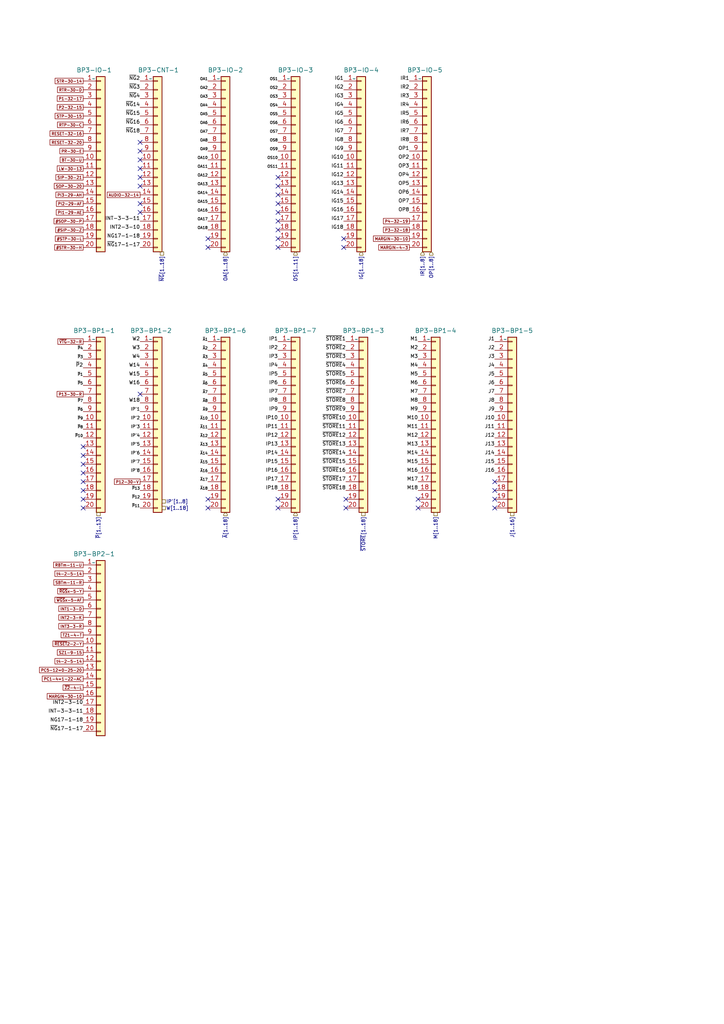
<source format=kicad_sch>
(kicad_sch (version 20211123) (generator eeschema)

  (uuid 69beed81-d7f0-47e1-a281-5448d6664dbd)

  (paper "A4" portrait)

  (title_block
    (title "Backplane 3")
    (date "2020-07-20")
  )

  (lib_symbols
    (symbol "Connector_Generic:Conn_01x20" (pin_names (offset 1.016) hide) (in_bom yes) (on_board yes)
      (property "Reference" "J" (id 0) (at 0 25.4 0)
        (effects (font (size 1.27 1.27)))
      )
      (property "Value" "Conn_01x20" (id 1) (at 0 -27.94 0)
        (effects (font (size 1.27 1.27)))
      )
      (property "Footprint" "" (id 2) (at 0 0 0)
        (effects (font (size 1.27 1.27)) hide)
      )
      (property "Datasheet" "~" (id 3) (at 0 0 0)
        (effects (font (size 1.27 1.27)) hide)
      )
      (property "ki_keywords" "connector" (id 4) (at 0 0 0)
        (effects (font (size 1.27 1.27)) hide)
      )
      (property "ki_description" "Generic connector, single row, 01x20, script generated (kicad-library-utils/schlib/autogen/connector/)" (id 5) (at 0 0 0)
        (effects (font (size 1.27 1.27)) hide)
      )
      (property "ki_fp_filters" "Connector*:*_1x??_*" (id 6) (at 0 0 0)
        (effects (font (size 1.27 1.27)) hide)
      )
      (symbol "Conn_01x20_1_1"
        (rectangle (start -1.27 -25.273) (end 0 -25.527)
          (stroke (width 0.1524) (type default) (color 0 0 0 0))
          (fill (type none))
        )
        (rectangle (start -1.27 -22.733) (end 0 -22.987)
          (stroke (width 0.1524) (type default) (color 0 0 0 0))
          (fill (type none))
        )
        (rectangle (start -1.27 -20.193) (end 0 -20.447)
          (stroke (width 0.1524) (type default) (color 0 0 0 0))
          (fill (type none))
        )
        (rectangle (start -1.27 -17.653) (end 0 -17.907)
          (stroke (width 0.1524) (type default) (color 0 0 0 0))
          (fill (type none))
        )
        (rectangle (start -1.27 -15.113) (end 0 -15.367)
          (stroke (width 0.1524) (type default) (color 0 0 0 0))
          (fill (type none))
        )
        (rectangle (start -1.27 -12.573) (end 0 -12.827)
          (stroke (width 0.1524) (type default) (color 0 0 0 0))
          (fill (type none))
        )
        (rectangle (start -1.27 -10.033) (end 0 -10.287)
          (stroke (width 0.1524) (type default) (color 0 0 0 0))
          (fill (type none))
        )
        (rectangle (start -1.27 -7.493) (end 0 -7.747)
          (stroke (width 0.1524) (type default) (color 0 0 0 0))
          (fill (type none))
        )
        (rectangle (start -1.27 -4.953) (end 0 -5.207)
          (stroke (width 0.1524) (type default) (color 0 0 0 0))
          (fill (type none))
        )
        (rectangle (start -1.27 -2.413) (end 0 -2.667)
          (stroke (width 0.1524) (type default) (color 0 0 0 0))
          (fill (type none))
        )
        (rectangle (start -1.27 0.127) (end 0 -0.127)
          (stroke (width 0.1524) (type default) (color 0 0 0 0))
          (fill (type none))
        )
        (rectangle (start -1.27 2.667) (end 0 2.413)
          (stroke (width 0.1524) (type default) (color 0 0 0 0))
          (fill (type none))
        )
        (rectangle (start -1.27 5.207) (end 0 4.953)
          (stroke (width 0.1524) (type default) (color 0 0 0 0))
          (fill (type none))
        )
        (rectangle (start -1.27 7.747) (end 0 7.493)
          (stroke (width 0.1524) (type default) (color 0 0 0 0))
          (fill (type none))
        )
        (rectangle (start -1.27 10.287) (end 0 10.033)
          (stroke (width 0.1524) (type default) (color 0 0 0 0))
          (fill (type none))
        )
        (rectangle (start -1.27 12.827) (end 0 12.573)
          (stroke (width 0.1524) (type default) (color 0 0 0 0))
          (fill (type none))
        )
        (rectangle (start -1.27 15.367) (end 0 15.113)
          (stroke (width 0.1524) (type default) (color 0 0 0 0))
          (fill (type none))
        )
        (rectangle (start -1.27 17.907) (end 0 17.653)
          (stroke (width 0.1524) (type default) (color 0 0 0 0))
          (fill (type none))
        )
        (rectangle (start -1.27 20.447) (end 0 20.193)
          (stroke (width 0.1524) (type default) (color 0 0 0 0))
          (fill (type none))
        )
        (rectangle (start -1.27 22.987) (end 0 22.733)
          (stroke (width 0.1524) (type default) (color 0 0 0 0))
          (fill (type none))
        )
        (rectangle (start -1.27 24.13) (end 1.27 -26.67)
          (stroke (width 0.254) (type default) (color 0 0 0 0))
          (fill (type background))
        )
        (pin passive line (at -5.08 22.86 0) (length 3.81)
          (name "Pin_1" (effects (font (size 1.27 1.27))))
          (number "1" (effects (font (size 1.27 1.27))))
        )
        (pin passive line (at -5.08 0 0) (length 3.81)
          (name "Pin_10" (effects (font (size 1.27 1.27))))
          (number "10" (effects (font (size 1.27 1.27))))
        )
        (pin passive line (at -5.08 -2.54 0) (length 3.81)
          (name "Pin_11" (effects (font (size 1.27 1.27))))
          (number "11" (effects (font (size 1.27 1.27))))
        )
        (pin passive line (at -5.08 -5.08 0) (length 3.81)
          (name "Pin_12" (effects (font (size 1.27 1.27))))
          (number "12" (effects (font (size 1.27 1.27))))
        )
        (pin passive line (at -5.08 -7.62 0) (length 3.81)
          (name "Pin_13" (effects (font (size 1.27 1.27))))
          (number "13" (effects (font (size 1.27 1.27))))
        )
        (pin passive line (at -5.08 -10.16 0) (length 3.81)
          (name "Pin_14" (effects (font (size 1.27 1.27))))
          (number "14" (effects (font (size 1.27 1.27))))
        )
        (pin passive line (at -5.08 -12.7 0) (length 3.81)
          (name "Pin_15" (effects (font (size 1.27 1.27))))
          (number "15" (effects (font (size 1.27 1.27))))
        )
        (pin passive line (at -5.08 -15.24 0) (length 3.81)
          (name "Pin_16" (effects (font (size 1.27 1.27))))
          (number "16" (effects (font (size 1.27 1.27))))
        )
        (pin passive line (at -5.08 -17.78 0) (length 3.81)
          (name "Pin_17" (effects (font (size 1.27 1.27))))
          (number "17" (effects (font (size 1.27 1.27))))
        )
        (pin passive line (at -5.08 -20.32 0) (length 3.81)
          (name "Pin_18" (effects (font (size 1.27 1.27))))
          (number "18" (effects (font (size 1.27 1.27))))
        )
        (pin passive line (at -5.08 -22.86 0) (length 3.81)
          (name "Pin_19" (effects (font (size 1.27 1.27))))
          (number "19" (effects (font (size 1.27 1.27))))
        )
        (pin passive line (at -5.08 20.32 0) (length 3.81)
          (name "Pin_2" (effects (font (size 1.27 1.27))))
          (number "2" (effects (font (size 1.27 1.27))))
        )
        (pin passive line (at -5.08 -25.4 0) (length 3.81)
          (name "Pin_20" (effects (font (size 1.27 1.27))))
          (number "20" (effects (font (size 1.27 1.27))))
        )
        (pin passive line (at -5.08 17.78 0) (length 3.81)
          (name "Pin_3" (effects (font (size 1.27 1.27))))
          (number "3" (effects (font (size 1.27 1.27))))
        )
        (pin passive line (at -5.08 15.24 0) (length 3.81)
          (name "Pin_4" (effects (font (size 1.27 1.27))))
          (number "4" (effects (font (size 1.27 1.27))))
        )
        (pin passive line (at -5.08 12.7 0) (length 3.81)
          (name "Pin_5" (effects (font (size 1.27 1.27))))
          (number "5" (effects (font (size 1.27 1.27))))
        )
        (pin passive line (at -5.08 10.16 0) (length 3.81)
          (name "Pin_6" (effects (font (size 1.27 1.27))))
          (number "6" (effects (font (size 1.27 1.27))))
        )
        (pin passive line (at -5.08 7.62 0) (length 3.81)
          (name "Pin_7" (effects (font (size 1.27 1.27))))
          (number "7" (effects (font (size 1.27 1.27))))
        )
        (pin passive line (at -5.08 5.08 0) (length 3.81)
          (name "Pin_8" (effects (font (size 1.27 1.27))))
          (number "8" (effects (font (size 1.27 1.27))))
        )
        (pin passive line (at -5.08 2.54 0) (length 3.81)
          (name "Pin_9" (effects (font (size 1.27 1.27))))
          (number "9" (effects (font (size 1.27 1.27))))
        )
      )
    )
  )



  (no_connect (at 80.645 64.135) (uuid 027b302b-58e7-43c3-ac80-a0f75aba27db))
  (no_connect (at 80.645 59.055) (uuid 0e2aba01-35bd-49c1-b0da-93a18017a0b4))
  (no_connect (at 60.325 69.215) (uuid 0ec1a009-4a59-4edf-9751-d433b65f7807))
  (no_connect (at 24.13 142.24) (uuid 11cef25f-3922-486f-97c5-eb6f10210a2f))
  (no_connect (at 100.33 144.78) (uuid 16b5ad20-af68-4af8-875e-7f72154e7d83))
  (no_connect (at 40.64 61.595) (uuid 16e16c94-0929-4ae2-99f5-26e7c040e23a))
  (no_connect (at 143.51 147.32) (uuid 25f130a1-9e0c-41f5-8834-0045580e8deb))
  (no_connect (at 24.13 144.78) (uuid 35f015bc-d661-452e-a068-ec93227341f1))
  (no_connect (at 24.13 132.08) (uuid 4a673ce4-9a81-40ff-8981-8329b228ec78))
  (no_connect (at 80.645 51.435) (uuid 4e89da55-59d5-47e8-a0b1-e7590a14b4ea))
  (no_connect (at 100.33 147.32) (uuid 565a7070-6759-4498-8df6-e176d87fcd5f))
  (no_connect (at 24.13 137.16) (uuid 599471e3-9b8b-458f-8e06-8e745161e006))
  (no_connect (at 121.285 147.32) (uuid 5eb37ce6-d0e8-4844-87e9-b1d6cc6efc56))
  (no_connect (at 143.51 142.24) (uuid 6479abdb-3e14-4d62-921b-0134077386f8))
  (no_connect (at 60.325 147.32) (uuid 64e4efd4-8daa-448d-9b00-69ba38dffb48))
  (no_connect (at 80.645 61.595) (uuid 67629c29-3f0a-4ab6-93b6-f29eefa845c8))
  (no_connect (at 80.645 147.32) (uuid 69fac1a1-4e17-4e73-80eb-ceaf5adb6a36))
  (no_connect (at 40.64 41.275) (uuid 6b1e6e00-bdcc-4a7b-b4b3-5e736b1d9ecb))
  (no_connect (at 60.325 71.755) (uuid 6bab218d-5482-4d70-868a-fe6b8e2d8e11))
  (no_connect (at 80.645 144.78) (uuid 6ca7ba56-2136-4d4a-abeb-ef4716c0a297))
  (no_connect (at 40.64 43.815) (uuid 7054efe9-9d86-4d24-b453-66acf2afd7b2))
  (no_connect (at 80.645 66.675) (uuid 739ce13e-f64a-4c40-836e-cfc3290b0ac1))
  (no_connect (at 80.645 56.515) (uuid 73aa6304-6dcb-43a7-808c-171e22fd39df))
  (no_connect (at 80.645 71.755) (uuid 757be9fe-c5c9-4bca-99aa-c2892a2e5a0b))
  (no_connect (at 143.51 144.78) (uuid 7b6bed8e-aed7-4868-b828-0971aee94138))
  (no_connect (at 80.645 69.215) (uuid 7f6b03b6-a5ba-4195-a7e3-e001dde11c0a))
  (no_connect (at 143.51 139.7) (uuid 80c127f7-5c4d-47f5-b2a3-67f3ee94a831))
  (no_connect (at 80.645 53.975) (uuid 81606b65-0195-43b1-8254-eee206c7d45d))
  (no_connect (at 24.13 147.32) (uuid 8a9c2a9e-d902-4bcc-a6d1-0fa3b6348552))
  (no_connect (at 121.285 144.78) (uuid 8aeab2f3-a8cd-4274-a970-df0dcb172a65))
  (no_connect (at 40.64 53.975) (uuid 90bfea24-1dc8-43b6-b290-2219dd45fe8f))
  (no_connect (at 24.13 134.62) (uuid 910cd423-6de0-4610-8ed4-f96545b14f94))
  (no_connect (at 60.325 144.78) (uuid 9b053958-62a3-4c87-9db5-ef4acdc4fe0a))
  (no_connect (at 40.64 46.355) (uuid aa22a701-bd4a-482e-ae19-b8644a35e66d))
  (no_connect (at 99.695 71.755) (uuid ac37835b-01f0-4e6c-8c54-22d02e296f4d))
  (no_connect (at 40.64 51.435) (uuid b097507b-1e57-42f0-b8ae-97898e155530))
  (no_connect (at 24.13 139.7) (uuid bf0e07f8-4ebc-420d-8205-ad318a40f1d3))
  (no_connect (at 24.13 129.54) (uuid d2bf9c3d-80c4-413d-bca3-59a6321405e9))
  (no_connect (at 40.64 59.055) (uuid dded3ecd-3522-465e-b8b0-a8949c6e9b20))
  (no_connect (at 40.64 114.3) (uuid df3180ee-8a1a-4dce-8ab7-137d2855f1a5))
  (no_connect (at 99.695 69.215) (uuid e184d6ac-e70f-44f2-81a8-48f038043133))
  (no_connect (at 40.64 48.895) (uuid fbfa6273-caad-4877-96f6-67934440d6a3))

  (label "OA17" (at 60.325 64.135 180)
    (effects (font (size 0.762 0.762)) (justify right bottom))
    (uuid 0017557b-25a2-4e63-8e36-943ff349c884)
  )
  (label "OA10" (at 60.325 46.355 180)
    (effects (font (size 0.762 0.762)) (justify right bottom))
    (uuid 0074c550-d734-4def-b723-c9212594befa)
  )
  (label "OS7" (at 80.645 38.735 180)
    (effects (font (size 0.762 0.762)) (justify right bottom))
    (uuid 01b12bde-5057-4724-bbf3-b8641e8952ca)
  )
  (label "OA5" (at 60.325 33.655 180)
    (effects (font (size 0.762 0.762)) (justify right bottom))
    (uuid 01b600ae-3faa-49d5-be37-3032f6fd2090)
  )
  (label "M12" (at 121.285 127 180)
    (effects (font (size 1.016 1.016)) (justify right bottom))
    (uuid 0222e188-4b89-4259-ba24-03a3752f1439)
  )
  (label "~{NG}3" (at 40.64 26.035 180)
    (effects (font (size 1.016 1.016)) (justify right bottom))
    (uuid 03daf336-db56-40f8-ae09-c2155d15e7a6)
  )
  (label "~{NG}17-1-17" (at 40.64 71.755 180)
    (effects (font (size 1.016 1.016)) (justify right bottom))
    (uuid 04fab8df-f534-4e88-854d-4c9a9133af85)
  )
  (label "NG17-1-18" (at 24.13 209.55 180)
    (effects (font (size 1.016 1.016)) (justify right bottom))
    (uuid 05ab8adf-c2a1-4a2d-974e-03e9be0cdcc0)
  )
  (label "J11" (at 143.51 124.46 180)
    (effects (font (size 1.016 1.016)) (justify right bottom))
    (uuid 07777317-4303-44d3-9f00-92a3d80405ae)
  )
  (label "~{STORE}4" (at 100.33 106.68 180)
    (effects (font (size 1.016 1.016)) (justify right bottom))
    (uuid 084d8172-46eb-4235-bc16-1b2be9f92bdc)
  )
  (label "IP6" (at 80.645 111.76 180)
    (effects (font (size 1.016 1.016)) (justify right bottom))
    (uuid 08516b02-7e45-4584-b42f-163e47cbcbb0)
  )
  (label "W15" (at 40.64 109.22 180)
    (effects (font (size 1.016 1.016)) (justify right bottom))
    (uuid 0873f4c4-a1b5-4bd5-8d9b-52275481d86e)
  )
  (label "~{P}12" (at 40.64 144.78 180)
    (effects (font (size 0.762 0.762)) (justify right bottom))
    (uuid 0b2a519b-fcf2-4338-99a0-80821496ca40)
  )
  (label "~{A}8" (at 60.325 116.84 180)
    (effects (font (size 0.762 0.762)) (justify right bottom))
    (uuid 0b6f777c-cfcf-4795-b1e1-54e00091f30f)
  )
  (label "IP9" (at 80.645 119.38 180)
    (effects (font (size 1.016 1.016)) (justify right bottom))
    (uuid 0ba2a118-3e44-4d64-b982-ef944c2c75d2)
  )
  (label "J9" (at 143.51 119.38 180)
    (effects (font (size 1.016 1.016)) (justify right bottom))
    (uuid 0c01c925-d636-47c4-a2d5-baa6aa2267ca)
  )
  (label "W2" (at 40.64 99.06 180)
    (effects (font (size 1.016 1.016)) (justify right bottom))
    (uuid 0e84f4a0-ca84-4565-904b-5fdb0a5ef80b)
  )
  (label "~{A}13" (at 60.325 129.54 180)
    (effects (font (size 0.762 0.762)) (justify right bottom))
    (uuid 0efe8626-c17f-4c84-9e87-3c1bd331f37e)
  )
  (label "IG14" (at 99.695 56.515 180)
    (effects (font (size 1.016 1.016)) (justify right bottom))
    (uuid 0fbe4c08-e00d-442d-9d58-6e91b1d4247e)
  )
  (label "~{P}5" (at 24.13 111.76 180)
    (effects (font (size 0.762 0.762)) (justify right bottom))
    (uuid 0fc88150-0d40-423e-a2bf-fc81bb6a0ab8)
  )
  (label "IP16" (at 80.645 137.16 180)
    (effects (font (size 1.016 1.016)) (justify right bottom))
    (uuid 106a58e4-324b-48f6-aa33-45bb08a10d1f)
  )
  (label "IP'1" (at 40.64 119.38 180)
    (effects (font (size 0.889 0.889)) (justify right bottom))
    (uuid 1095b823-c97e-4b19-b6f4-0d714ead9492)
  )
  (label "~{STORE}15" (at 100.33 134.62 180)
    (effects (font (size 1.016 1.016)) (justify right bottom))
    (uuid 10fdd208-491a-4608-a301-088345898699)
  )
  (label "M5" (at 121.285 109.22 180)
    (effects (font (size 1.016 1.016)) (justify right bottom))
    (uuid 1582a777-d2b1-4d4e-97c0-5b151cc3db0b)
  )
  (label "M1" (at 121.285 99.06 180)
    (effects (font (size 1.016 1.016)) (justify right bottom))
    (uuid 16efc788-fc5c-4bf4-9b87-a93427aafa96)
  )
  (label "~{A}4" (at 60.325 106.68 180)
    (effects (font (size 0.762 0.762)) (justify right bottom))
    (uuid 177410f3-e4b9-4ba1-a4a3-b79a688ec115)
  )
  (label "~{STORE}18" (at 100.33 142.24 180)
    (effects (font (size 1.016 1.016)) (justify right bottom))
    (uuid 18af5b37-cd24-4d59-bbd4-613bc7db4fc6)
  )
  (label "OS9" (at 80.645 43.815 180)
    (effects (font (size 0.762 0.762)) (justify right bottom))
    (uuid 1ab5f516-e945-46d2-922e-4bd40b08d519)
  )
  (label "M11" (at 121.285 124.46 180)
    (effects (font (size 1.016 1.016)) (justify right bottom))
    (uuid 1c557870-f745-49bd-b08e-51852b3c0a3b)
  )
  (label "M6" (at 121.285 111.76 180)
    (effects (font (size 1.016 1.016)) (justify right bottom))
    (uuid 1cf8846a-b60f-4fe3-b429-3b4721f5ed19)
  )
  (label "~{NG}18" (at 40.64 38.735 180)
    (effects (font (size 1.016 1.016)) (justify right bottom))
    (uuid 1ede6dca-f183-415a-ad4d-7074222a5d80)
  )
  (label "~{P}6" (at 24.13 119.38 180)
    (effects (font (size 0.762 0.762)) (justify right bottom))
    (uuid 20afaa96-42c1-4731-8c4c-ffc4fe9787d1)
  )
  (label "IP'6" (at 40.64 132.08 180)
    (effects (font (size 0.889 0.889)) (justify right bottom))
    (uuid 20e73d02-c035-4e1a-a639-7b605f2b2351)
  )
  (label "~{A}7" (at 60.325 114.3 180)
    (effects (font (size 0.762 0.762)) (justify right bottom))
    (uuid 21914d98-868c-4dfa-b70a-bcca213290ef)
  )
  (label "J12" (at 143.51 127 180)
    (effects (font (size 1.016 1.016)) (justify right bottom))
    (uuid 22e55774-30ee-41a7-98a8-8c44a261a2c5)
  )
  (label "M10" (at 121.285 121.92 180)
    (effects (font (size 1.016 1.016)) (justify right bottom))
    (uuid 289de565-9d5d-4903-9628-8fddf31c1a57)
  )
  (label "INT-3-3-11" (at 40.64 64.135 180)
    (effects (font (size 1.016 1.016)) (justify right bottom))
    (uuid 2bbbdb1a-f49d-4200-ad15-1f8f807147d1)
  )
  (label "~{A}6" (at 60.325 111.76 180)
    (effects (font (size 0.762 0.762)) (justify right bottom))
    (uuid 2c7b0746-2d57-4fd6-88ab-22b323ba4645)
  )
  (label "~{A}9" (at 60.325 119.38 180)
    (effects (font (size 0.762 0.762)) (justify right bottom))
    (uuid 2cdcf6dd-3275-4419-b749-7cb2278a870b)
  )
  (label "OA9" (at 60.325 43.815 180)
    (effects (font (size 0.762 0.762)) (justify right bottom))
    (uuid 2d933f21-273b-4f53-90fe-e3db479932f1)
  )
  (label "W16" (at 40.64 111.76 180)
    (effects (font (size 1.016 1.016)) (justify right bottom))
    (uuid 2dd22836-c20b-4453-9f1d-02caf4a0fe22)
  )
  (label "M13" (at 121.285 129.54 180)
    (effects (font (size 1.016 1.016)) (justify right bottom))
    (uuid 2ea20d9d-4d0b-4d73-b0df-97d1da8ac0b9)
  )
  (label "~{A}14" (at 60.325 132.08 180)
    (effects (font (size 0.762 0.762)) (justify right bottom))
    (uuid 307f41fd-f5e7-4297-b339-a51af95b637a)
  )
  (label "INT2-3-10" (at 40.64 66.675 180)
    (effects (font (size 1.016 1.016)) (justify right bottom))
    (uuid 318ac917-23c5-4be6-be22-509b032041cd)
  )
  (label "IP2" (at 80.645 101.6 180)
    (effects (font (size 1.016 1.016)) (justify right bottom))
    (uuid 3234bea8-024a-4c08-a97b-e9c6eb9c33ae)
  )
  (label "~{STORE}13" (at 100.33 129.54 180)
    (effects (font (size 1.016 1.016)) (justify right bottom))
    (uuid 3292b250-b97d-4e12-979c-f36a8dd544a4)
  )
  (label "OS10" (at 80.645 46.355 180)
    (effects (font (size 0.762 0.762)) (justify right bottom))
    (uuid 3349aaca-7693-4eca-909d-f0ab568daf2d)
  )
  (label "~{P}10" (at 24.13 127 180)
    (effects (font (size 0.762 0.762)) (justify right bottom))
    (uuid 336ec560-4a90-4481-8bdc-69a3c4833aa7)
  )
  (label "~{P}7" (at 24.13 116.84 180)
    (effects (font (size 0.762 0.762)) (justify right bottom))
    (uuid 342ead9f-6207-4ebf-a3aa-e8a8b21c8aa6)
  )
  (label "M18" (at 121.285 142.24 180)
    (effects (font (size 1.016 1.016)) (justify right bottom))
    (uuid 35ba22d9-5174-451c-a858-45ab516f6aba)
  )
  (label "~{A}1" (at 60.325 99.06 180)
    (effects (font (size 0.762 0.762)) (justify right bottom))
    (uuid 377d8a23-08f0-4b61-8f9d-7fda70cdb033)
  )
  (label "M8" (at 121.285 116.84 180)
    (effects (font (size 1.016 1.016)) (justify right bottom))
    (uuid 39453c4e-e2ca-4da3-8c17-1ca9c2a20f71)
  )
  (label "IP'4" (at 40.64 127 180)
    (effects (font (size 0.889 0.889)) (justify right bottom))
    (uuid 3a4b7ba0-2944-4604-be76-3d84e9cb96a9)
  )
  (label "IP'5" (at 40.64 129.54 180)
    (effects (font (size 0.889 0.889)) (justify right bottom))
    (uuid 3d881daa-f458-4e9e-84d6-b0dc55f5c7fa)
  )
  (label "IP15" (at 80.645 134.62 180)
    (effects (font (size 1.016 1.016)) (justify right bottom))
    (uuid 3f413303-28f4-4828-9bdb-a6d85753a946)
  )
  (label "M9" (at 121.285 119.38 180)
    (effects (font (size 1.016 1.016)) (justify right bottom))
    (uuid 3f485cf4-11f6-450e-b0b6-cc9d157e3a4c)
  )
  (label "~{A}17" (at 60.325 139.7 180)
    (effects (font (size 0.762 0.762)) (justify right bottom))
    (uuid 3f4da527-4385-456c-8e9f-eba3dd99c658)
  )
  (label "~{NG}2" (at 40.64 23.495 180)
    (effects (font (size 1.016 1.016)) (justify right bottom))
    (uuid 407723d4-5d96-48c6-b31f-b7a3fd8b9b9f)
  )
  (label "IP12" (at 80.645 127 180)
    (effects (font (size 1.016 1.016)) (justify right bottom))
    (uuid 40e52a1c-dae3-4731-84d4-1b84eba1b4e8)
  )
  (label "IG15" (at 99.695 59.055 180)
    (effects (font (size 1.016 1.016)) (justify right bottom))
    (uuid 415912ff-90dd-427f-9ec7-d0627b764648)
  )
  (label "~{A}3" (at 60.325 104.14 180)
    (effects (font (size 0.762 0.762)) (justify right bottom))
    (uuid 421ea1a0-34c7-43c4-b367-26ed4a0298fd)
  )
  (label "J14" (at 143.51 132.08 180)
    (effects (font (size 1.016 1.016)) (justify right bottom))
    (uuid 42f81c4d-5d37-4edc-a1b2-1a4512b88a0b)
  )
  (label "~{NG}16" (at 40.64 36.195 180)
    (effects (font (size 1.016 1.016)) (justify right bottom))
    (uuid 43acef94-7ea8-472c-b326-9c343b54aea6)
  )
  (label "IR4" (at 118.745 31.115 180)
    (effects (font (size 1.016 1.016)) (justify right bottom))
    (uuid 449f89ad-24e2-47ba-8564-ca3131d987a3)
  )
  (label "~{STORE}16" (at 100.33 137.16 180)
    (effects (font (size 1.016 1.016)) (justify right bottom))
    (uuid 44d2fe5d-bcde-4c22-ae9d-8d5a3fee7d53)
  )
  (label "~{A}12" (at 60.325 127 180)
    (effects (font (size 0.762 0.762)) (justify right bottom))
    (uuid 4679fe90-c109-441c-9893-55a0a9cfd4e4)
  )
  (label "M17" (at 121.285 139.7 180)
    (effects (font (size 1.016 1.016)) (justify right bottom))
    (uuid 4754a568-db8c-4274-b8ab-2f979632e604)
  )
  (label "OP7" (at 118.745 59.055 180)
    (effects (font (size 1.016 1.016)) (justify right bottom))
    (uuid 47581258-e690-4218-9159-aa72face1a53)
  )
  (label "~{STORE}1" (at 100.33 99.06 180)
    (effects (font (size 1.016 1.016)) (justify right bottom))
    (uuid 4b286ccf-c3ad-40dc-aba8-95463d5cedb1)
  )
  (label "~{STORE}10" (at 100.33 121.92 180)
    (effects (font (size 1.016 1.016)) (justify right bottom))
    (uuid 4cb4db28-b4d1-4329-bb18-c5e9e86ba041)
  )
  (label "~{STORE}11" (at 100.33 124.46 180)
    (effects (font (size 1.016 1.016)) (justify right bottom))
    (uuid 4ea9c34c-74b4-4863-bdf4-0270c1ca5f83)
  )
  (label "J13" (at 143.51 129.54 180)
    (effects (font (size 1.016 1.016)) (justify right bottom))
    (uuid 4f2e512a-f183-4a58-b03a-d982aafe1f2b)
  )
  (label "~{P}11" (at 40.64 147.32 180)
    (effects (font (size 0.762 0.762)) (justify right bottom))
    (uuid 4f949a91-32b4-4d83-8172-2959a9b7c924)
  )
  (label "IG5" (at 99.695 33.655 180)
    (effects (font (size 1.016 1.016)) (justify right bottom))
    (uuid 509e6f2b-edb2-4d61-9ba9-308220cc186d)
  )
  (label "M15" (at 121.285 134.62 180)
    (effects (font (size 1.016 1.016)) (justify right bottom))
    (uuid 51ba2e8e-4dff-4f44-8b79-dfdd6c9163bc)
  )
  (label "IG8" (at 99.695 41.275 180)
    (effects (font (size 1.016 1.016)) (justify right bottom))
    (uuid 55e6c943-92af-406f-ac87-91a6524a61bb)
  )
  (label "IP7" (at 80.645 114.3 180)
    (effects (font (size 1.016 1.016)) (justify right bottom))
    (uuid 591efdc5-99a4-47f9-9d6e-28337a0c255c)
  )
  (label "M7" (at 121.285 114.3 180)
    (effects (font (size 1.016 1.016)) (justify right bottom))
    (uuid 5985e867-15c2-4a07-bbbb-5bf62175e14d)
  )
  (label "J1" (at 143.51 99.06 180)
    (effects (font (size 1.016 1.016)) (justify right bottom))
    (uuid 5a1cb1ea-07ce-4492-9441-dc0615d5873e)
  )
  (label "~{STORE}3" (at 100.33 104.14 180)
    (effects (font (size 1.016 1.016)) (justify right bottom))
    (uuid 5e1a42e2-f342-4905-81d9-dff50b955b4f)
  )
  (label "J6" (at 143.51 111.76 180)
    (effects (font (size 1.016 1.016)) (justify right bottom))
    (uuid 5f6a82f0-d4e9-4b49-a8e4-0f5f06765003)
  )
  (label "~{STORE}17" (at 100.33 139.7 180)
    (effects (font (size 1.016 1.016)) (justify right bottom))
    (uuid 61bedc4a-308b-4707-bb49-8e515c4c19e7)
  )
  (label "IG3" (at 99.695 28.575 180)
    (effects (font (size 1.016 1.016)) (justify right bottom))
    (uuid 61ee9de5-b30a-4555-a040-5c4e71f397ed)
  )
  (label "OA12" (at 60.325 51.435 180)
    (effects (font (size 0.762 0.762)) (justify right bottom))
    (uuid 6374a8aa-1b1e-4842-9ef4-a27499f72a1b)
  )
  (label "OP2" (at 118.745 46.355 180)
    (effects (font (size 1.016 1.016)) (justify right bottom))
    (uuid 664e88d4-eef9-41ae-804c-6de61ebcf272)
  )
  (label "~{A}15" (at 60.325 134.62 180)
    (effects (font (size 0.762 0.762)) (justify right bottom))
    (uuid 66e85a32-f1d1-47c4-9610-17a01faea3a0)
  )
  (label "W14" (at 40.64 106.68 180)
    (effects (font (size 1.016 1.016)) (justify right bottom))
    (uuid 6bdca77e-e6f5-4254-bced-caab7803cf5a)
  )
  (label "OP3" (at 118.745 48.895 180)
    (effects (font (size 1.016 1.016)) (justify right bottom))
    (uuid 6ca705a6-b311-40f2-ba2f-90ae5cfb1672)
  )
  (label "~{P}1" (at 24.13 109.22 180)
    (effects (font (size 0.762 0.762)) (justify right bottom))
    (uuid 74ba5f3c-867f-463c-95fc-bbf1607609ca)
  )
  (label "IP'2" (at 40.64 121.92 180)
    (effects (font (size 0.889 0.889)) (justify right bottom))
    (uuid 74d22910-35d0-462b-ae48-7ccaca921f18)
  )
  (label "~{P}3" (at 24.13 104.14 180)
    (effects (font (size 0.762 0.762)) (justify right bottom))
    (uuid 75a6b855-8b24-40b5-9a23-1cb8c2228d09)
  )
  (label "IG11" (at 99.695 48.895 180)
    (effects (font (size 1.016 1.016)) (justify right bottom))
    (uuid 78d8075b-f4c5-4d2f-b744-9f6309d757f9)
  )
  (label "IG18" (at 99.695 66.675 180)
    (effects (font (size 1.016 1.016)) (justify right bottom))
    (uuid 78f7da88-3795-407a-be8f-cca38c05b0ed)
  )
  (label "IG4" (at 99.695 31.115 180)
    (effects (font (size 1.016 1.016)) (justify right bottom))
    (uuid 7bfdcfe8-79e0-4d81-89c9-8948698fee3f)
  )
  (label "OA2" (at 60.325 26.035 180)
    (effects (font (size 0.762 0.762)) (justify right bottom))
    (uuid 7dabb24d-a768-4317-9487-b21c9e1f3594)
  )
  (label "IP14" (at 80.645 132.08 180)
    (effects (font (size 1.016 1.016)) (justify right bottom))
    (uuid 7dec5e50-474b-49d5-9b83-e8c8e52c84ed)
  )
  (label "J4" (at 143.51 106.68 180)
    (effects (font (size 1.016 1.016)) (justify right bottom))
    (uuid 7e2e4dd9-5499-4198-a19e-c76e0b232fd5)
  )
  (label "IP10" (at 80.645 121.92 180)
    (effects (font (size 1.016 1.016)) (justify right bottom))
    (uuid 7f54784f-d293-4e16-a50a-f2db1f2329fb)
  )
  (label "~{P}13" (at 40.64 142.24 180)
    (effects (font (size 0.762 0.762)) (justify right bottom))
    (uuid 7fb68455-0f4f-4e60-b609-abf27e9ed19f)
  )
  (label "OA16" (at 60.325 61.595 180)
    (effects (font (size 0.762 0.762)) (justify right bottom))
    (uuid 834886d1-47a2-4064-a6e1-3ab9dae16220)
  )
  (label "IP17" (at 80.645 139.7 180)
    (effects (font (size 1.016 1.016)) (justify right bottom))
    (uuid 8467cbb3-31bc-4ce9-8ec2-81913069bc43)
  )
  (label "IR1" (at 118.745 23.495 180)
    (effects (font (size 1.016 1.016)) (justify right bottom))
    (uuid 862c68f2-4f28-48f0-be87-f3aabbb46456)
  )
  (label "OS11" (at 80.645 48.895 180)
    (effects (font (size 0.762 0.762)) (justify right bottom))
    (uuid 87e30005-921a-4669-950c-1e288af5007c)
  )
  (label "J7" (at 143.51 114.3 180)
    (effects (font (size 1.016 1.016)) (justify right bottom))
    (uuid 89cacb71-6ff3-4b98-8777-93306c992140)
  )
  (label "W4" (at 40.64 104.14 180)
    (effects (font (size 1.016 1.016)) (justify right bottom))
    (uuid 8a21fd65-161f-4d26-82b2-67c07d36e2e1)
  )
  (label "IP1" (at 80.645 99.06 180)
    (effects (font (size 1.016 1.016)) (justify right bottom))
    (uuid 8a2c176d-dc7a-4309-9893-a52767b34f04)
  )
  (label "IG13" (at 99.695 53.975 180)
    (effects (font (size 1.016 1.016)) (justify right bottom))
    (uuid 8a3837e6-2708-41b5-8bc4-c47ad8fb4c7a)
  )
  (label "IG9" (at 99.695 43.815 180)
    (effects (font (size 1.016 1.016)) (justify right bottom))
    (uuid 8c86d2e7-68bd-444c-a70b-ed082e67ead1)
  )
  (label "OA4" (at 60.325 31.115 180)
    (effects (font (size 0.762 0.762)) (justify right bottom))
    (uuid 901e0993-df07-4904-9580-9c78314274fb)
  )
  (label "IG1" (at 99.695 23.495 180)
    (effects (font (size 1.016 1.016)) (justify right bottom))
    (uuid 902c629a-914b-43bf-8cc8-ef2b18069e9d)
  )
  (label "OS8" (at 80.645 41.275 180)
    (effects (font (size 0.762 0.762)) (justify right bottom))
    (uuid 91c4af33-c8ae-4ed1-881b-05eba05b6cdc)
  )
  (label "~{STORE}12" (at 100.33 127 180)
    (effects (font (size 1.016 1.016)) (justify right bottom))
    (uuid 9300b5b7-489e-4734-b74b-4270cd77715e)
  )
  (label "~{NG}14" (at 40.64 31.115 180)
    (effects (font (size 1.016 1.016)) (justify right bottom))
    (uuid 937d8647-377b-4e19-848d-9d5b063a48c5)
  )
  (label "NG17-1-18" (at 40.64 69.215 180)
    (effects (font (size 1.016 1.016)) (justify right bottom))
    (uuid 963f8406-9e05-493b-bc2d-78f7f3a0b4d3)
  )
  (label "J15" (at 143.51 134.62 180)
    (effects (font (size 1.016 1.016)) (justify right bottom))
    (uuid 976373c8-e885-49af-8b6e-c7ec50b6f91d)
  )
  (label "IP13" (at 80.645 129.54 180)
    (effects (font (size 1.016 1.016)) (justify right bottom))
    (uuid 977ec660-21ff-4a40-a58a-d1dc31f4fae8)
  )
  (label "J2" (at 143.51 101.6 180)
    (effects (font (size 1.016 1.016)) (justify right bottom))
    (uuid 99268c56-0a5d-43cc-83ab-c8cd62014bf6)
  )
  (label "~{STORE}5" (at 100.33 109.22 180)
    (effects (font (size 1.016 1.016)) (justify right bottom))
    (uuid 999d6143-c12c-4f69-8f44-45413092cf38)
  )
  (label "J8" (at 143.51 116.84 180)
    (effects (font (size 1.016 1.016)) (justify right bottom))
    (uuid 9a3fd366-09c4-4f6a-a4c6-7f7bd7dc1cdb)
  )
  (label "OA8" (at 60.325 41.275 180)
    (effects (font (size 0.762 0.762)) (justify right bottom))
    (uuid 9ab4d872-1cb6-4bb8-84f3-b169789d4d31)
  )
  (label "W18" (at 40.64 116.84 180)
    (effects (font (size 1.016 1.016)) (justify right bottom))
    (uuid 9c4173af-f686-4474-9654-af2fe80e7d62)
  )
  (label "OA11" (at 60.325 48.895 180)
    (effects (font (size 0.762 0.762)) (justify right bottom))
    (uuid 9ca61231-ca6f-42ab-845b-eac7f2e655eb)
  )
  (label "IR8" (at 118.745 41.275 180)
    (effects (font (size 1.016 1.016)) (justify right bottom))
    (uuid 9de23921-75ec-42a4-89f8-52064a9472f3)
  )
  (label "INT-3-3-11" (at 24.13 207.01 180)
    (effects (font (size 1.016 1.016)) (justify right bottom))
    (uuid 9df8ebe7-ba02-415e-9713-d50f5ba3ec56)
  )
  (label "IG10" (at 99.695 46.355 180)
    (effects (font (size 1.016 1.016)) (justify right bottom))
    (uuid a11bc78c-2593-4090-9f84-ffa1163c19b6)
  )
  (label "~{STORE}14" (at 100.33 132.08 180)
    (effects (font (size 1.016 1.016)) (justify right bottom))
    (uuid a201921e-75c2-40d3-be2c-b58948854118)
  )
  (label "~{A}18" (at 60.325 142.24 180)
    (effects (font (size 0.762 0.762)) (justify right bottom))
    (uuid a8020976-2c1e-4a1f-af84-a77603b8f703)
  )
  (label "IP3" (at 80.645 104.14 180)
    (effects (font (size 1.016 1.016)) (justify right bottom))
    (uuid a82d12cd-44d2-48d2-a2c9-ef78f3d450d1)
  )
  (label "IP8" (at 80.645 116.84 180)
    (effects (font (size 1.016 1.016)) (justify right bottom))
    (uuid a86275a1-1c6f-4b33-98d7-8823f504931e)
  )
  (label "~{A}5" (at 60.325 109.22 180)
    (effects (font (size 0.762 0.762)) (justify right bottom))
    (uuid ab1467a6-3f82-43e2-a566-7f201b8ce0a2)
  )
  (label "INT2-3-10" (at 24.13 204.47 180)
    (effects (font (size 1.016 1.016)) (justify right bottom))
    (uuid acb80fcb-b18d-40ca-865d-f26703959506)
  )
  (label "OS4" (at 80.645 31.115 180)
    (effects (font (size 0.762 0.762)) (justify right bottom))
    (uuid ad4c4022-f2ff-46bb-b6ed-3c3559f206ab)
  )
  (label "OA18" (at 60.325 66.675 180)
    (effects (font (size 0.762 0.762)) (justify right bottom))
    (uuid afa499d1-3e2c-4e7a-8201-3d1d69e52d0a)
  )
  (label "~{STORE}8" (at 100.33 116.84 180)
    (effects (font (size 1.016 1.016)) (justify right bottom))
    (uuid b097d486-c599-49b8-b17a-f75589d4a477)
  )
  (label "IP5" (at 80.645 109.22 180)
    (effects (font (size 1.016 1.016)) (justify right bottom))
    (uuid b0f5f6e8-ed15-4df5-9cfb-c989541ecc1e)
  )
  (label "~{A}2" (at 60.325 101.6 180)
    (effects (font (size 0.762 0.762)) (justify right bottom))
    (uuid b1e6ab44-ad4a-4dc8-954c-13bd871f971f)
  )
  (label "W3" (at 40.64 101.6 180)
    (effects (font (size 1.016 1.016)) (justify right bottom))
    (uuid b309b9a5-1f4f-4657-af5c-b9d336a0d828)
  )
  (label "~{P}4" (at 24.13 101.6 180)
    (effects (font (size 0.762 0.762)) (justify right bottom))
    (uuid b43c2bfb-a1f6-4532-8b40-80e82145a198)
  )
  (label "OS5" (at 80.645 33.655 180)
    (effects (font (size 0.762 0.762)) (justify right bottom))
    (uuid b716a2dc-872a-46f5-9fa0-a77761d2db7c)
  )
  (label "IP4" (at 80.645 106.68 180)
    (effects (font (size 1.016 1.016)) (justify right bottom))
    (uuid b8363c99-d925-4a17-8f0c-fc6a496fead5)
  )
  (label "~{A}16" (at 60.325 137.16 180)
    (effects (font (size 0.762 0.762)) (justify right bottom))
    (uuid ba4599a8-e97f-4edd-b3a8-77a7c599cec9)
  )
  (label "IR7" (at 118.745 38.735 180)
    (effects (font (size 1.016 1.016)) (justify right bottom))
    (uuid ba5e4b48-ac29-470c-977d-62de45f0e8d5)
  )
  (label "OA13" (at 60.325 53.975 180)
    (effects (font (size 0.762 0.762)) (justify right bottom))
    (uuid bb9dabc6-3e1c-4acf-bf1e-3c49a37f28b6)
  )
  (label "IG7" (at 99.695 38.735 180)
    (effects (font (size 1.016 1.016)) (justify right bottom))
    (uuid bc9e9df6-c41d-4033-bebf-790cf6e49700)
  )
  (label "~{STORE}9" (at 100.33 119.38 180)
    (effects (font (size 1.016 1.016)) (justify right bottom))
    (uuid bd6cdf14-32d5-481f-9fb1-5ee4a8796bcc)
  )
  (label "~{P}9" (at 24.13 121.92 180)
    (effects (font (size 0.762 0.762)) (justify right bottom))
    (uuid bda5f25b-f457-4f7a-9d4f-56537ddfd2bc)
  )
  (label "~{P}8" (at 24.13 124.46 180)
    (effects (font (size 0.762 0.762)) (justify right bottom))
    (uuid bdd2cb63-e042-4ce8-926c-a711ef66eb3f)
  )
  (label "M2" (at 121.285 101.6 180)
    (effects (font (size 1.016 1.016)) (justify right bottom))
    (uuid bde7e816-39cd-4020-93b8-a73ec3607760)
  )
  (label "J16" (at 143.51 137.16 180)
    (effects (font (size 1.016 1.016)) (justify right bottom))
    (uuid be82c63a-40f5-4b17-af77-7432a1e029c9)
  )
  (label "IR3" (at 118.745 28.575 180)
    (effects (font (size 1.016 1.016)) (justify right bottom))
    (uuid beeaacf4-dbb8-4cd5-9731-019969086e7f)
  )
  (label "IG17" (at 99.695 64.135 180)
    (effects (font (size 1.016 1.016)) (justify right bottom))
    (uuid c0b58b62-268d-4d8c-b104-8e6fd07411b8)
  )
  (label "J5" (at 143.51 109.22 180)
    (effects (font (size 1.016 1.016)) (justify right bottom))
    (uuid c635d53a-cad0-40d9-a937-733bedcf5a38)
  )
  (label "OA6" (at 60.325 36.195 180)
    (effects (font (size 0.762 0.762)) (justify right bottom))
    (uuid c7494cdc-b38b-46a8-90ce-83d789bc9bd6)
  )
  (label "IR6" (at 118.745 36.195 180)
    (effects (font (size 1.016 1.016)) (justify right bottom))
    (uuid c75633c6-9cd1-4cda-90ed-104faa6c2b48)
  )
  (label "OS6" (at 80.645 36.195 180)
    (effects (font (size 0.762 0.762)) (justify right bottom))
    (uuid cb30e981-6c40-4c3b-a17c-0349e2fa7991)
  )
  (label "~{A}10" (at 60.325 121.92 180)
    (effects (font (size 0.762 0.762)) (justify right bottom))
    (uuid cca44e4a-36b9-48dc-a80e-e2b7b84187e8)
  )
  (label "OS2" (at 80.645 26.035 180)
    (effects (font (size 0.762 0.762)) (justify right bottom))
    (uuid ccec0c16-a300-435d-83f3-eef349384091)
  )
  (label "OA1" (at 60.325 23.495 180)
    (effects (font (size 0.762 0.762)) (justify right bottom))
    (uuid ce0cfb53-b164-4571-8135-d9356a7140ef)
  )
  (label "J3" (at 143.51 104.14 180)
    (effects (font (size 1.016 1.016)) (justify right bottom))
    (uuid d004d939-309e-4f08-926c-1b68b4aa141c)
  )
  (label "IP18" (at 80.645 142.24 180)
    (effects (font (size 1.016 1.016)) (justify right bottom))
    (uuid d1dc91eb-a7b8-4d9e-89d3-60bb6f08fa58)
  )
  (label "~{STORE}2" (at 100.33 101.6 180)
    (effects (font (size 1.016 1.016)) (justify right bottom))
    (uuid d3a09293-c6cb-45fa-a75f-a63a46104351)
  )
  (label "IP11" (at 80.645 124.46 180)
    (effects (font (size 1.016 1.016)) (justify right bottom))
    (uuid d4ef6889-db13-4d8a-91b0-88119494bf7d)
  )
  (label "~{NG}15" (at 40.64 33.655 180)
    (effects (font (size 1.016 1.016)) (justify right bottom))
    (uuid d62cca71-6452-4c09-9ec2-97ad3bb0f927)
  )
  (label "~{STORE}7" (at 100.33 114.3 180)
    (effects (font (size 1.016 1.016)) (justify right bottom))
    (uuid d84e32e3-2a33-4610-b80c-89ea8aa304d6)
  )
  (label "OS3" (at 80.645 28.575 180)
    (effects (font (size 0.762 0.762)) (justify right bottom))
    (uuid d8c058f0-8844-42d4-9cb7-45d68ac4ce3d)
  )
  (label "OA3" (at 60.325 28.575 180)
    (effects (font (size 0.762 0.762)) (justify right bottom))
    (uuid d8ca6339-e485-45b0-89e9-1cd957f43e58)
  )
  (label "~{A}11" (at 60.325 124.46 180)
    (effects (font (size 0.762 0.762)) (justify right bottom))
    (uuid d96e0466-b5f2-4427-b229-59a08935edf8)
  )
  (label "IG12" (at 99.695 51.435 180)
    (effects (font (size 1.016 1.016)) (justify right bottom))
    (uuid da5200bc-9ca1-4df8-b53d-03dc2ba755ad)
  )
  (label "OP5" (at 118.745 53.975 180)
    (effects (font (size 1.016 1.016)) (justify right bottom))
    (uuid da673fae-6521-445b-902d-ad008841b61b)
  )
  (label "OP4" (at 118.745 51.435 180)
    (effects (font (size 1.016 1.016)) (justify right bottom))
    (uuid e0dcff7e-a588-4f92-b831-e4d32a9f2252)
  )
  (label "IG16" (at 99.695 61.595 180)
    (effects (font (size 1.016 1.016)) (justify right bottom))
    (uuid e2d856cd-5fb6-4b58-94a4-c40435a4c853)
  )
  (label "IR2" (at 118.745 26.035 180)
    (effects (font (size 1.016 1.016)) (justify right bottom))
    (uuid e414641b-7dc5-452d-b859-4e7c83a44d4f)
  )
  (label "~{STORE}6" (at 100.33 111.76 180)
    (effects (font (size 1.016 1.016)) (justify right bottom))
    (uuid e424622f-42bf-41d0-bdcc-3a6a3319684c)
  )
  (label "OS1" (at 80.645 23.495 180)
    (effects (font (size 0.762 0.762)) (justify right bottom))
    (uuid e4a82456-00f8-4777-8933-a38643c4bd57)
  )
  (label "~{NG}4" (at 40.64 28.575 180)
    (effects (font (size 1.016 1.016)) (justify right bottom))
    (uuid e5c84697-8989-48bb-bfc1-886a57369fcd)
  )
  (label "OP6" (at 118.745 56.515 180)
    (effects (font (size 1.016 1.016)) (justify right bottom))
    (uuid e659be93-f245-4729-b5b5-e2412a5c36eb)
  )
  (label "IG2" (at 99.695 26.035 180)
    (effects (font (size 1.016 1.016)) (justify right bottom))
    (uuid e6e439a8-480c-4edd-b105-13d5e8d15fad)
  )
  (label "M3" (at 121.285 104.14 180)
    (effects (font (size 1.016 1.016)) (justify right bottom))
    (uuid e75fe50a-ab75-4d1d-b390-06babaa787c6)
  )
  (label "OA14" (at 60.325 56.515 180)
    (effects (font (size 0.762 0.762)) (justify right bottom))
    (uuid e95813f8-750a-4b92-bb34-6edd9b021b53)
  )
  (label "M4" (at 121.285 106.68 180)
    (effects (font (size 1.016 1.016)) (justify right bottom))
    (uuid ecaa2075-574b-4e32-9c59-135bfe9e83c9)
  )
  (label "IP'8" (at 40.64 137.16 180)
    (effects (font (size 0.889 0.889)) (justify right bottom))
    (uuid ecf5ecf9-9b17-43f7-ac6e-b9cfff13793f)
  )
  (label "IP'3" (at 40.64 124.46 180)
    (effects (font (size 0.889 0.889)) (justify right bottom))
    (uuid ef35ef95-5205-43ad-9637-df1ece984156)
  )
  (label "~{P}2" (at 24.13 106.68 180)
    (effects (font (size 1.016 1.016)) (justify right bottom))
    (uuid ef969862-824b-4549-a29c-75b905788632)
  )
  (label "OA7" (at 60.325 38.735 180)
    (effects (font (size 0.762 0.762)) (justify right bottom))
    (uuid efc163ea-4281-4dbd-8b75-1749ece539e0)
  )
  (label "OP8" (at 118.745 61.595 180)
    (effects (font (size 1.016 1.016)) (justify right bottom))
    (uuid efc22c11-cd38-4556-8d31-2eab4970c50c)
  )
  (label "IP'7" (at 40.64 134.62 180)
    (effects (font (size 0.889 0.889)) (justify right bottom))
    (uuid f41d4ab5-768e-4103-98c5-231d7c9fe2a4)
  )
  (label "IG6" (at 99.695 36.195 180)
    (effects (font (size 1.016 1.016)) (justify right bottom))
    (uuid f44b3ea4-a291-4faf-a9c6-86c85b9938c0)
  )
  (label "OA15" (at 60.325 59.055 180)
    (effects (font (size 0.762 0.762)) (justify right bottom))
    (uuid f75fbbf8-e442-4889-9eea-95d47563fd82)
  )
  (label "~{NG}17-1-17" (at 24.13 212.09 180)
    (effects (font (size 1.016 1.016)) (justify right bottom))
    (uuid f7b109c8-2132-410b-afde-5d2fe192cc41)
  )
  (label "IR5" (at 118.745 33.655 180)
    (effects (font (size 1.016 1.016)) (justify right bottom))
    (uuid f85dba31-af8a-4a34-92a5-1b6721a618ea)
  )
  (label "OP1" (at 118.745 43.815 180)
    (effects (font (size 1.016 1.016)) (justify right bottom))
    (uuid fa7ba1fc-fc2b-4356-ae77-694dab919cce)
  )
  (label "M16" (at 121.285 137.16 180)
    (effects (font (size 1.016 1.016)) (justify right bottom))
    (uuid fadba2dd-0a62-4eb1-a90c-d0ed53efd8a2)
  )
  (label "M14" (at 121.285 132.08 180)
    (effects (font (size 1.016 1.016)) (justify right bottom))
    (uuid fbcae218-b033-40b6-99d9-6dd4a2920637)
  )
  (label "J10" (at 143.51 121.92 180)
    (effects (font (size 1.016 1.016)) (justify right bottom))
    (uuid fc252a52-8e0b-4d04-985b-16e372793113)
  )

  (global_label "PC1-4=1-22-AC" (shape passive) (at 24.13 196.85 180) (fields_autoplaced)
    (effects (font (size 0.8128 0.8128)) (justify right))
    (uuid 01e9790c-f0a5-491b-8a2f-8eed218e5451)
    (property "Intersheet References" "${INTERSHEET_REFS}" (id 0) (at 0 0 0)
      (effects (font (size 1.27 1.27)) hide)
    )
  )
  (global_label "PC5-12=0-25-20" (shape passive) (at 24.13 194.31 180) (fields_autoplaced)
    (effects (font (size 0.8128 0.8128)) (justify right))
    (uuid 029832e6-dc98-4897-99b6-fdeae21bb109)
    (property "Intersheet References" "${INTERSHEET_REFS}" (id 0) (at 0 0 0)
      (effects (font (size 1.27 1.27)) hide)
    )
  )
  (global_label "INT2-3-K" (shape passive) (at 24.13 179.07 180) (fields_autoplaced)
    (effects (font (size 0.8128 0.8128)) (justify right))
    (uuid 062d9500-286e-4382-bda7-f5e236ca6f69)
    (property "Intersheet References" "${INTERSHEET_REFS}" (id 0) (at 0 0 0)
      (effects (font (size 1.27 1.27)) hide)
    )
  )
  (global_label "t4-2-5-14" (shape passive) (at 24.13 191.77 180) (fields_autoplaced)
    (effects (font (size 0.8128 0.8128)) (justify right))
    (uuid 082f9249-055b-4a9a-9425-b3c4a1fae6fc)
    (property "Intersheet References" "${INTERSHEET_REFS}" (id 0) (at 0 0 0)
      (effects (font (size 1.27 1.27)) hide)
    )
  )
  (global_label "~{RGS}x-5-Y" (shape passive) (at 24.13 171.45 180) (fields_autoplaced)
    (effects (font (size 0.8128 0.8128)) (justify right))
    (uuid 092cd133-bf2b-48c7-af74-9949ef2eca3a)
    (property "Intersheet References" "${INTERSHEET_REFS}" (id 0) (at 0 0 0)
      (effects (font (size 1.27 1.27)) hide)
    )
  )
  (global_label "MARGIN-30-10" (shape passive) (at 24.13 201.93 180) (fields_autoplaced)
    (effects (font (size 0.8128 0.8128)) (justify right))
    (uuid 0c5d3c9c-451d-4f27-b58d-843308edbf02)
    (property "Intersheet References" "${INTERSHEET_REFS}" (id 0) (at 0 0 0)
      (effects (font (size 1.27 1.27)) hide)
    )
  )
  (global_label "P12-30-V" (shape passive) (at 40.64 139.7 180) (fields_autoplaced)
    (effects (font (size 0.8128 0.8128)) (justify right))
    (uuid 1a430e01-03a6-466b-ba76-9817d0d90b7f)
    (property "Intersheet References" "${INTERSHEET_REFS}" (id 0) (at 0 0 0)
      (effects (font (size 1.27 1.27)) hide)
    )
  )
  (global_label "SBTm-11-R" (shape passive) (at 24.13 168.91 180) (fields_autoplaced)
    (effects (font (size 0.8128 0.8128)) (justify right))
    (uuid 1d8c8a5b-24f4-46d5-ad21-fbc9c9860edb)
    (property "Intersheet References" "${INTERSHEET_REFS}" (id 0) (at 0 0 0)
      (effects (font (size 1.27 1.27)) hide)
    )
  )
  (global_label "P3-32-18" (shape passive) (at 118.745 66.675 180) (fields_autoplaced)
    (effects (font (size 0.8128 0.8128)) (justify right))
    (uuid 2767e2fd-9429-4fc7-97c0-c74fd81f0f7f)
    (property "Intersheet References" "${INTERSHEET_REFS}" (id 0) (at 0 0 0)
      (effects (font (size 1.27 1.27)) hide)
    )
  )
  (global_label "P1-32-17" (shape passive) (at 24.13 28.575 180) (fields_autoplaced)
    (effects (font (size 0.8128 0.8128)) (justify right))
    (uuid 3be621f8-ebb0-4fa2-9f5a-941c3fa57e4f)
    (property "Intersheet References" "${INTERSHEET_REFS}" (id 0) (at 0 0 0)
      (effects (font (size 1.27 1.27)) hide)
    )
  )
  (global_label "P2-32-15" (shape passive) (at 24.13 31.115 180) (fields_autoplaced)
    (effects (font (size 0.8128 0.8128)) (justify right))
    (uuid 3cf418e6-8e79-4dc5-a630-b497eac7980c)
    (property "Intersheet References" "${INTERSHEET_REFS}" (id 0) (at 0 0 0)
      (effects (font (size 1.27 1.27)) hide)
    )
  )
  (global_label "MARGIN-30-10" (shape passive) (at 118.745 69.215 180) (fields_autoplaced)
    (effects (font (size 0.8128 0.8128)) (justify right))
    (uuid 4249d341-818a-432b-8f22-b6cb098e5fb4)
    (property "Intersheet References" "${INTERSHEET_REFS}" (id 0) (at 0 0 0)
      (effects (font (size 1.27 1.27)) hide)
    )
  )
  (global_label "TZ1-4-T" (shape passive) (at 24.13 184.15 180) (fields_autoplaced)
    (effects (font (size 0.8128 0.8128)) (justify right))
    (uuid 444e084d-75aa-4808-9a57-e1e666a6883b)
    (property "Intersheet References" "${INTERSHEET_REFS}" (id 0) (at 0 0 0)
      (effects (font (size 1.27 1.27)) hide)
    )
  )
  (global_label "SZ1-9-15" (shape passive) (at 24.13 189.23 180) (fields_autoplaced)
    (effects (font (size 0.8128 0.8128)) (justify right))
    (uuid 46b783e1-ae5a-481a-a8ad-e1dddf697dc7)
    (property "Intersheet References" "${INTERSHEET_REFS}" (id 0) (at 0 0 0)
      (effects (font (size 1.27 1.27)) hide)
    )
  )
  (global_label "MARGIN-4-3" (shape passive) (at 118.745 71.755 180) (fields_autoplaced)
    (effects (font (size 0.8128 0.8128)) (justify right))
    (uuid 4c4c8f75-fd94-488c-b838-fb094346d8f1)
    (property "Intersheet References" "${INTERSHEET_REFS}" (id 0) (at 0 0 0)
      (effects (font (size 1.27 1.27)) hide)
    )
  )
  (global_label "#SOP-30-P" (shape passive) (at 24.13 64.135 180) (fields_autoplaced)
    (effects (font (size 0.8128 0.8128)) (justify right))
    (uuid 562c7a4b-f626-4b82-a653-98a7d5f0c209)
    (property "Intersheet References" "${INTERSHEET_REFS}" (id 0) (at 0 0 0)
      (effects (font (size 1.27 1.27)) hide)
    )
  )
  (global_label "#STP-30-L" (shape passive) (at 24.13 69.215 180) (fields_autoplaced)
    (effects (font (size 0.8128 0.8128)) (justify right))
    (uuid 6045797d-b4e3-4e1f-8242-6d9726bbd3a9)
    (property "Intersheet References" "${INTERSHEET_REFS}" (id 0) (at 0 0 0)
      (effects (font (size 1.27 1.27)) hide)
    )
  )
  (global_label "t4-2-5-14" (shape passive) (at 24.13 166.37 180) (fields_autoplaced)
    (effects (font (size 0.8128 0.8128)) (justify right))
    (uuid 67be4d30-876f-4cf7-9e1c-b24977a49b60)
    (property "Intersheet References" "${INTERSHEET_REFS}" (id 0) (at 0 0 0)
      (effects (font (size 1.27 1.27)) hide)
    )
  )
  (global_label "LW-30-13" (shape passive) (at 24.13 48.895 180) (fields_autoplaced)
    (effects (font (size 0.8128 0.8128)) (justify right))
    (uuid 6c0ee409-f294-4d66-bee4-be0902bfb82f)
    (property "Intersheet References" "${INTERSHEET_REFS}" (id 0) (at 0 0 0)
      (effects (font (size 1.27 1.27)) hide)
    )
  )
  (global_label "PI2-29-AF" (shape passive) (at 24.13 59.055 180) (fields_autoplaced)
    (effects (font (size 0.8128 0.8128)) (justify right))
    (uuid 6ffcb93f-2b03-42ce-b115-52281ac728ac)
    (property "Intersheet References" "${INTERSHEET_REFS}" (id 0) (at 0 0 0)
      (effects (font (size 1.27 1.27)) hide)
    )
  )
  (global_label "#STR-30-H" (shape passive) (at 24.13 71.755 180) (fields_autoplaced)
    (effects (font (size 0.8128 0.8128)) (justify right))
    (uuid 7557a797-4a14-40b2-ba34-cbebc4b32f6a)
    (property "Intersheet References" "${INTERSHEET_REFS}" (id 0) (at 0 0 0)
      (effects (font (size 1.27 1.27)) hide)
    )
  )
  (global_label "RTP-30-C" (shape passive) (at 24.13 36.195 180) (fields_autoplaced)
    (effects (font (size 0.8128 0.8128)) (justify right))
    (uuid 75654f82-5ef1-4344-8a7c-82ebda3f7501)
    (property "Intersheet References" "${INTERSHEET_REFS}" (id 0) (at 0 0 0)
      (effects (font (size 1.27 1.27)) hide)
    )
  )
  (global_label "P13-30-R" (shape passive) (at 24.13 114.3 180) (fields_autoplaced)
    (effects (font (size 0.8128 0.8128)) (justify right))
    (uuid 7d6e7189-2c28-48a8-8f17-291c4993b200)
    (property "Intersheet References" "${INTERSHEET_REFS}" (id 0) (at 0 0 0)
      (effects (font (size 1.27 1.27)) hide)
    )
  )
  (global_label "~{Z2}-4-L" (shape passive) (at 24.13 199.39 180) (fields_autoplaced)
    (effects (font (size 0.8128 0.8128)) (justify right))
    (uuid 7e7369b5-dda7-4437-8406-a0cfd0cdce29)
    (property "Intersheet References" "${INTERSHEET_REFS}" (id 0) (at 0 0 0)
      (effects (font (size 1.27 1.27)) hide)
    )
  )
  (global_label "SIP-30-21" (shape passive) (at 24.13 51.435 180) (fields_autoplaced)
    (effects (font (size 0.8128 0.8128)) (justify right))
    (uuid 828c51a4-d0a3-4482-a1e6-e5ccafe11f1d)
    (property "Intersheet References" "${INTERSHEET_REFS}" (id 0) (at 0 0 0)
      (effects (font (size 1.27 1.27)) hide)
    )
  )
  (global_label "BT-30-U" (shape passive) (at 24.13 46.355 180) (fields_autoplaced)
    (effects (font (size 0.8128 0.8128)) (justify right))
    (uuid 8f9d6791-088e-4e37-8fcf-997e1abb009f)
    (property "Intersheet References" "${INTERSHEET_REFS}" (id 0) (at 0 0 0)
      (effects (font (size 1.27 1.27)) hide)
    )
  )
  (global_label "STR-30-14" (shape passive) (at 24.13 23.495 180) (fields_autoplaced)
    (effects (font (size 0.8128 0.8128)) (justify right))
    (uuid 96548034-6a2d-4198-8f17-4b5ae65166c3)
    (property "Intersheet References" "${INTERSHEET_REFS}" (id 0) (at 0 0 0)
      (effects (font (size 1.27 1.27)) hide)
    )
  )
  (global_label "~{VTG}-32-R" (shape passive) (at 24.13 99.06 180) (fields_autoplaced)
    (effects (font (size 0.8128 0.8128)) (justify right))
    (uuid 9785eb45-5581-4b12-b3c2-43b9628adc9e)
    (property "Intersheet References" "${INTERSHEET_REFS}" (id 0) (at 0 0 0)
      (effects (font (size 1.27 1.27)) hide)
    )
  )
  (global_label "INT3-3-R" (shape passive) (at 24.13 181.61 180) (fields_autoplaced)
    (effects (font (size 0.8128 0.8128)) (justify right))
    (uuid 9ab8eb6c-cd5b-4664-8b07-f5406fffee3a)
    (property "Intersheet References" "${INTERSHEET_REFS}" (id 0) (at 0 0 0)
      (effects (font (size 1.27 1.27)) hide)
    )
  )
  (global_label "INT1-3-D" (shape passive) (at 24.13 176.53 180) (fields_autoplaced)
    (effects (font (size 0.8128 0.8128)) (justify right))
    (uuid 9e00f5c8-f7ac-4987-946f-0b519ac2d1f4)
    (property "Intersheet References" "${INTERSHEET_REFS}" (id 0) (at 0 0 0)
      (effects (font (size 1.27 1.27)) hide)
    )
  )
  (global_label "~{WGS}x-5-AF" (shape passive) (at 24.13 173.99 180) (fields_autoplaced)
    (effects (font (size 0.8128 0.8128)) (justify right))
    (uuid adbc8c3c-a033-4a1f-936d-92d1c76d0daf)
    (property "Intersheet References" "${INTERSHEET_REFS}" (id 0) (at 0 0 0)
      (effects (font (size 1.27 1.27)) hide)
    )
  )
  (global_label "#SIP-30-Z" (shape passive) (at 24.13 66.675 180) (fields_autoplaced)
    (effects (font (size 0.8128 0.8128)) (justify right))
    (uuid b531f37e-d3a9-4a21-abfc-571b1f860a5f)
    (property "Intersheet References" "${INTERSHEET_REFS}" (id 0) (at 0 0 0)
      (effects (font (size 1.27 1.27)) hide)
    )
  )
  (global_label "STP-30-15" (shape passive) (at 24.13 33.655 180) (fields_autoplaced)
    (effects (font (size 0.8128 0.8128)) (justify right))
    (uuid b7fe7634-d230-46d5-aec7-0147bda7ce76)
    (property "Intersheet References" "${INTERSHEET_REFS}" (id 0) (at 0 0 0)
      (effects (font (size 1.27 1.27)) hide)
    )
  )
  (global_label "RESET-32-20" (shape passive) (at 24.13 41.275 180) (fields_autoplaced)
    (effects (font (size 0.8128 0.8128)) (justify right))
    (uuid b96a8537-df7f-44ff-8b27-fc3fd8298806)
    (property "Intersheet References" "${INTERSHEET_REFS}" (id 0) (at 0 0 0)
      (effects (font (size 1.27 1.27)) hide)
    )
  )
  (global_label "PI1-29-AE" (shape passive) (at 24.13 61.595 180) (fields_autoplaced)
    (effects (font (size 0.8128 0.8128)) (justify right))
    (uuid bddbbb3e-437b-4d90-99e4-8c7e836a36f2)
    (property "Intersheet References" "${INTERSHEET_REFS}" (id 0) (at 0 0 0)
      (effects (font (size 1.27 1.27)) hide)
    )
  )
  (global_label "PR-30-E" (shape passive) (at 24.13 43.815 180) (fields_autoplaced)
    (effects (font (size 0.8128 0.8128)) (justify right))
    (uuid bff0305f-67df-416f-a586-9d82036f3c03)
    (property "Intersheet References" "${INTERSHEET_REFS}" (id 0) (at 0 0 0)
      (effects (font (size 1.27 1.27)) hide)
    )
  )
  (global_label "PI3-29-AH" (shape passive) (at 24.13 56.515 180) (fields_autoplaced)
    (effects (font (size 0.8128 0.8128)) (justify right))
    (uuid c84297b5-6f91-43f3-95cc-6975c9baeecb)
    (property "Intersheet References" "${INTERSHEET_REFS}" (id 0) (at 0 0 0)
      (effects (font (size 1.27 1.27)) hide)
    )
  )
  (global_label "AUDIO-32-14" (shape passive) (at 40.64 56.515 180) (fields_autoplaced)
    (effects (font (size 0.8128 0.8128)) (justify right))
    (uuid cb61261a-4a3e-4e8a-b611-f048d7f68b7d)
    (property "Intersheet References" "${INTERSHEET_REFS}" (id 0) (at 0 0 0)
      (effects (font (size 1.27 1.27)) hide)
    )
  )
  (global_label "RBTm-11-U" (shape passive) (at 24.13 163.83 180) (fields_autoplaced)
    (effects (font (size 0.8128 0.8128)) (justify right))
    (uuid cde0d60b-b533-4bd7-8567-48adab7129fa)
    (property "Intersheet References" "${INTERSHEET_REFS}" (id 0) (at 0 0 0)
      (effects (font (size 1.27 1.27)) hide)
    )
  )
  (global_label "~{RESET}2-2-Y" (shape passive) (at 24.13 186.69 180) (fields_autoplaced)
    (effects (font (size 0.8128 0.8128)) (justify right))
    (uuid dcd7530c-1d67-4d9a-98fe-45f8bba81bac)
    (property "Intersheet References" "${INTERSHEET_REFS}" (id 0) (at 0 0 0)
      (effects (font (size 1.27 1.27)) hide)
    )
  )
  (global_label "RTR-30-D" (shape passive) (at 24.13 26.035 180) (fields_autoplaced)
    (effects (font (size 0.8128 0.8128)) (justify right))
    (uuid e2b14d5b-b888-4270-bfc6-0ccdc99ff5dc)
    (property "Intersheet References" "${INTERSHEET_REFS}" (id 0) (at 0 0 0)
      (effects (font (size 1.27 1.27)) hide)
    )
  )
  (global_label "SOP-30-20" (shape passive) (at 24.13 53.975 180) (fields_autoplaced)
    (effects (font (size 0.8128 0.8128)) (justify right))
    (uuid e9143b7f-5446-423d-b1a5-09cf843a3dff)
    (property "Intersheet References" "${INTERSHEET_REFS}" (id 0) (at 0 0 0)
      (effects (font (size 1.27 1.27)) hide)
    )
  )
  (global_label "P4-32-19" (shape passive) (at 118.745 64.135 180) (fields_autoplaced)
    (effects (font (size 0.8128 0.8128)) (justify right))
    (uuid ebe7f9c6-f795-47eb-af5a-cf551945e039)
    (property "Intersheet References" "${INTERSHEET_REFS}" (id 0) (at 0 0 0)
      (effects (font (size 1.27 1.27)) hide)
    )
  )
  (global_label "RESET-32-16" (shape passive) (at 24.13 38.735 180) (fields_autoplaced)
    (effects (font (size 0.8128 0.8128)) (justify right))
    (uuid fd25da89-6e3b-496f-b716-510caa46c78f)
    (property "Intersheet References" "${INTERSHEET_REFS}" (id 0) (at 0 0 0)
      (effects (font (size 1.27 1.27)) hide)
    )
  )

  (hierarchical_label "~{A}[1..18]" (shape input) (at 65.405 148.59 270)
    (effects (font (size 1.016 1.016)) (justify right))
    (uuid 12dbd3ad-bd4f-4900-aae4-55f3038bb24e)
  )
  (hierarchical_label "OA[1..18]" (shape input) (at 65.405 73.025 270)
    (effects (font (size 1.016 1.016)) (justify right))
    (uuid 148bffad-edb3-4f25-947c-610a2c3be6fa)
  )
  (hierarchical_label "OS[1..11]" (shape input) (at 85.725 73.025 270)
    (effects (font (size 1.016 1.016)) (justify right))
    (uuid 188f78cc-3c72-45ba-bb9e-d56f1de0020c)
  )
  (hierarchical_label "M[1..18]" (shape passive) (at 126.365 148.59 270)
    (effects (font (size 1.016 1.016)) (justify right))
    (uuid 32d984a1-e732-4539-aac8-7d5cc978e37d)
  )
  (hierarchical_label "IP'[1..8]" (shape passive) (at 46.99 145.415 0)
    (effects (font (size 1.016 1.016)) (justify left))
    (uuid 42c6e65d-d424-4691-9240-c290baf4973c)
  )
  (hierarchical_label "J[1..16]" (shape passive) (at 148.59 148.59 270)
    (effects (font (size 1.016 1.016)) (justify right))
    (uuid 4496f142-f517-499b-9f16-882a89fb5dd9)
  )
  (hierarchical_label "IP[1..18]" (shape input) (at 85.725 148.59 270)
    (effects (font (size 1.016 1.016)) (justify right))
    (uuid 52b93dcb-d813-4ecd-a0a2-a19db6c5c362)
  )
  (hierarchical_label "IG[1..18]" (shape input) (at 104.775 73.025 270)
    (effects (font (size 1.016 1.016)) (justify right))
    (uuid 686e2a2e-3dc1-43c3-b011-505b823384da)
  )
  (hierarchical_label "W[1..18]" (shape passive) (at 46.99 147.32 0)
    (effects (font (size 1.016 1.016)) (justify left))
    (uuid 76c30ef9-e040-489f-9515-a2dc3e559dd2)
  )
  (hierarchical_label "IR[1..8]" (shape input) (at 122.555 73.025 270)
    (effects (font (size 1.016 1.016)) (justify right))
    (uuid a3d33da8-7040-4998-8456-07ddf68700f3)
  )
  (hierarchical_label "~{STORE}[1..18]" (shape passive) (at 105.41 148.59 270)
    (effects (font (size 1.016 1.016)) (justify right))
    (uuid b6468d80-dca4-425e-ab33-77912434b57d)
  )
  (hierarchical_label "~{NG}[1..18]" (shape passive) (at 46.99 73.025 270)
    (effects (font (size 1.016 1.016)) (justify right))
    (uuid b7430ac6-1052-48f8-b35d-fe45949ab6f9)
  )
  (hierarchical_label "OP[1..8]" (shape input) (at 125.095 73.025 270)
    (effects (font (size 1.016 1.016)) (justify right))
    (uuid c6b2fcda-091d-4d55-ba38-d69c2dc499e3)
  )
  (hierarchical_label "~{P}[1..13]" (shape passive) (at 28.575 148.59 270)
    (effects (font (size 1.016 1.016)) (justify right))
    (uuid f96e6fc4-5ff3-479f-ac48-6b4f12a975b9)
  )

  (symbol (lib_id "Connector_Generic:Conn_01x20") (at 65.405 121.92 0) (unit 1)
    (in_bom yes) (on_board yes)
    (uuid 00000000-0000-0000-0000-00005f16bb1b)
    (property "Reference" "BP3-BP1-6" (id 0) (at 65.405 95.885 0))
    (property "Value" "~" (id 1) (at 63.373 98.3996 0))
    (property "Footprint" "Connector_IDC:IDC-Header_2x10_P2.54mm_Latch_Vertical" (id 2) (at 65.405 121.92 0)
      (effects (font (size 1.27 1.27)) hide)
    )
    (property "Datasheet" "~" (id 3) (at 65.405 121.92 0)
      (effects (font (size 1.27 1.27)) hide)
    )
    (pin "1" (uuid 1f309070-4c14-419d-9b0c-070bb44c0379))
    (pin "10" (uuid 6632bbbc-6b83-4225-b505-83875372213a))
    (pin "11" (uuid 2526227c-f82a-458d-b4b7-e73c6b1c06ec))
    (pin "12" (uuid 6d12eb71-b427-4681-8a71-0751af6b0572))
    (pin "13" (uuid a5dc2ad4-3291-456a-875f-9fdfe39beb1e))
    (pin "14" (uuid f9bf0eb8-b5e5-4145-a4f2-30160393d7d5))
    (pin "15" (uuid 1aa3355a-23a7-4a26-8d10-f70405d786cd))
    (pin "16" (uuid c91a34ac-844b-413e-9b89-fad5bccc0015))
    (pin "17" (uuid 416a321d-d892-4299-bc68-d37fe5dd5df2))
    (pin "18" (uuid b81c944d-3770-483f-b112-15abcdaaa82d))
    (pin "19" (uuid 9ed5e46a-c38f-4114-b781-26d959672c21))
    (pin "2" (uuid 4b9beae3-6fca-442f-af63-b6eb79e04710))
    (pin "20" (uuid 4b7167c7-243a-4104-bd86-e67554f4bb0d))
    (pin "3" (uuid e81e86a5-53da-42bc-8414-0a63773dd063))
    (pin "4" (uuid a5ffd293-9c54-496e-910c-1d4b43b4c3c1))
    (pin "5" (uuid 6cad6d76-ba0e-4832-95e2-b78783239f5b))
    (pin "6" (uuid 96e411ac-7351-4a87-ac7d-33ac779b4ba7))
    (pin "7" (uuid 80598fb7-3c58-46af-8f61-68561e0144c8))
    (pin "8" (uuid 99717790-2abc-47f3-8bce-3154da78356f))
    (pin "9" (uuid 02e8e5f0-96b4-4332-bdc9-70933f5e2c0d))
  )

  (symbol (lib_id "Connector_Generic:Conn_01x20") (at 65.405 46.355 0) (unit 1)
    (in_bom yes) (on_board yes)
    (uuid 00000000-0000-0000-0000-00005f16bb22)
    (property "Reference" "BP3-IO-2" (id 0) (at 65.405 20.32 0))
    (property "Value" "~" (id 1) (at 63.373 22.8346 0))
    (property "Footprint" "Connector_IDC:IDC-Header_2x10_P2.54mm_Latch_Vertical" (id 2) (at 65.405 46.355 0)
      (effects (font (size 1.27 1.27)) hide)
    )
    (property "Datasheet" "~" (id 3) (at 65.405 46.355 0)
      (effects (font (size 1.27 1.27)) hide)
    )
    (pin "1" (uuid 868e9b6e-e401-4e35-a46b-28dace4a89b8))
    (pin "10" (uuid ff07b578-32f2-4e6f-98b2-8ecb0f65aa37))
    (pin "11" (uuid cbb0ab15-09af-4f4f-985a-2905ac7b03e0))
    (pin "12" (uuid c84534aa-c06f-41e9-8957-01ed7fd4431b))
    (pin "13" (uuid 94bc25b5-89e0-487d-9231-d43f43c81e08))
    (pin "14" (uuid 667584f2-5020-496c-8d80-8061d0d10c59))
    (pin "15" (uuid f6bfe222-a847-4227-81a1-02bf5c3f9fc8))
    (pin "16" (uuid a6807943-96c1-4ba5-ae44-fb45d9cf40aa))
    (pin "17" (uuid f4f612c5-3fbc-4810-8947-5d0b0bd73dca))
    (pin "18" (uuid b11fa58c-c174-4f30-bf6b-a69bec7090bd))
    (pin "19" (uuid b8bdfb35-7182-44a9-bc4f-5c57c1580bc6))
    (pin "2" (uuid 40b617e5-f347-45fe-8a58-a61ec12f81a6))
    (pin "20" (uuid b26fbb89-cd47-4fe5-a51d-d02e4d705f33))
    (pin "3" (uuid 4d164736-be76-4eda-8dee-d7da1fb2f75e))
    (pin "4" (uuid 55f183d4-d175-4e9d-80ac-9c667ff72dad))
    (pin "5" (uuid cd60745c-1000-4234-90d1-e1b3295a989f))
    (pin "6" (uuid 14547fab-011e-41b7-82b2-40532247899d))
    (pin "7" (uuid 8a34d9f9-a2b5-4d3b-a4d0-a5b1cd64aeb4))
    (pin "8" (uuid fbae44c8-b884-44f0-b594-95cd8627e53e))
    (pin "9" (uuid a9a1207d-ca64-4f34-a76e-daffcabfd686))
  )

  (symbol (lib_id "Connector_Generic:Conn_01x20") (at 85.725 46.355 0) (unit 1)
    (in_bom yes) (on_board yes)
    (uuid 00000000-0000-0000-0000-00005f16bb40)
    (property "Reference" "BP3-IO-3" (id 0) (at 85.725 20.32 0))
    (property "Value" "~" (id 1) (at 83.693 22.8346 0))
    (property "Footprint" "Connector_IDC:IDC-Header_2x10_P2.54mm_Latch_Vertical" (id 2) (at 85.725 46.355 0)
      (effects (font (size 1.27 1.27)) hide)
    )
    (property "Datasheet" "~" (id 3) (at 85.725 46.355 0)
      (effects (font (size 1.27 1.27)) hide)
    )
    (pin "1" (uuid 4bf965c1-c6a4-4f2d-b95a-e4cccade3b61))
    (pin "10" (uuid 93d0d88f-0ebf-45df-a03c-35a73e2ab52a))
    (pin "11" (uuid 8bb9322f-3916-49a8-a1d2-b485e9d4bbee))
    (pin "12" (uuid 282f29ff-facc-4665-82f7-64ac2bae1e26))
    (pin "13" (uuid c4186af4-c919-420c-9d74-e980067989c0))
    (pin "14" (uuid 3a8465db-bbf1-4a17-92f9-2c994d7794ed))
    (pin "15" (uuid 05f57f8c-ee12-4aab-810f-7dc74bb85b57))
    (pin "16" (uuid f532f547-2786-4450-a2d2-80b3773abbae))
    (pin "17" (uuid bea7986e-c3cf-4526-b640-9ea82270bc24))
    (pin "18" (uuid 21cc3f4d-2c5f-43ed-93dc-ff124231fcab))
    (pin "19" (uuid 13987d3f-cc33-4d2a-9458-ab38107c6955))
    (pin "2" (uuid 206633c9-81b4-4fd8-af87-59befa89db1f))
    (pin "20" (uuid 70d54d34-7371-41af-832d-b91c1fe8eb20))
    (pin "3" (uuid 8816214d-ac44-4191-8563-369f5de1118d))
    (pin "4" (uuid d8cebe9b-fd73-451a-9d02-cfc0627a5369))
    (pin "5" (uuid 779efa2b-abed-4869-b0d9-f344040e41b1))
    (pin "6" (uuid cffa727d-ef0d-4ab5-a2c4-0e1a2a65ff5b))
    (pin "7" (uuid 11e9776b-c30e-474b-95f6-c4a495f614be))
    (pin "8" (uuid e941fcf7-6449-455b-817f-ea8cd075989d))
    (pin "9" (uuid 344433d3-6d27-4b01-816c-929a320e0b3d))
  )

  (symbol (lib_id "Connector_Generic:Conn_01x20") (at 104.775 46.355 0) (unit 1)
    (in_bom yes) (on_board yes)
    (uuid 00000000-0000-0000-0000-00005f16bb68)
    (property "Reference" "BP3-IO-4" (id 0) (at 104.775 20.32 0))
    (property "Value" "~" (id 1) (at 102.743 22.8346 0))
    (property "Footprint" "Connector_IDC:IDC-Header_2x10_P2.54mm_Latch_Vertical" (id 2) (at 104.775 46.355 0)
      (effects (font (size 1.27 1.27)) hide)
    )
    (property "Datasheet" "~" (id 3) (at 104.775 46.355 0)
      (effects (font (size 1.27 1.27)) hide)
    )
    (pin "1" (uuid 0a680053-2532-436d-a37b-19006e0de3a0))
    (pin "10" (uuid 56368d48-fe6c-4a26-b75d-484f63334b60))
    (pin "11" (uuid 278687a7-f4af-4da9-9a99-e63310eb99cd))
    (pin "12" (uuid 8e162bd3-1c84-4fed-afc9-5f4ebc1a433c))
    (pin "13" (uuid 2e47ed37-7d25-456c-b961-ff68a8a39c90))
    (pin "14" (uuid 6eafae73-24de-49aa-85db-c662caae4d27))
    (pin "15" (uuid 21497d8a-90bc-4116-887e-46d77cba5b88))
    (pin "16" (uuid 6f86e974-d89d-45d6-a7b5-ac4707667e51))
    (pin "17" (uuid 22970838-e3a4-4498-8f8d-e7f8cf2ecb42))
    (pin "18" (uuid 490a6cf9-a732-460f-8f31-721ecd7716c7))
    (pin "19" (uuid a65e637f-00ac-4fcc-aad7-bfc43f3fa47b))
    (pin "2" (uuid 87f864da-63d9-436b-9dd8-e65945f9c130))
    (pin "20" (uuid 7c8414e0-393b-44a6-a8f9-f89a806e3dd3))
    (pin "3" (uuid 3b978270-fd9f-4773-ab50-08eaec93daa7))
    (pin "4" (uuid 643f5587-a19c-4821-89b9-569d8bcd1f27))
    (pin "5" (uuid 910f42b9-9b55-4cdd-85ed-dfb14161a1c4))
    (pin "6" (uuid 848ebd76-0e84-4b4c-b8bb-172d8964b63e))
    (pin "7" (uuid adf63b7b-44dc-4106-8657-55aeee75ae4a))
    (pin "8" (uuid 18082366-38a0-4eef-ae9c-4ab0b77d86e3))
    (pin "9" (uuid d9028d7c-37c5-41dc-8533-d43cb336d234))
  )

  (symbol (lib_id "Connector_Generic:Conn_01x20") (at 85.725 121.92 0) (unit 1)
    (in_bom yes) (on_board yes)
    (uuid 00000000-0000-0000-0000-00005f16bbbc)
    (property "Reference" "BP3-BP1-7" (id 0) (at 85.725 95.885 0))
    (property "Value" "~" (id 1) (at 83.693 98.3996 0))
    (property "Footprint" "Connector_IDC:IDC-Header_2x10_P2.54mm_Latch_Vertical" (id 2) (at 85.725 121.92 0)
      (effects (font (size 1.27 1.27)) hide)
    )
    (property "Datasheet" "~" (id 3) (at 85.725 121.92 0)
      (effects (font (size 1.27 1.27)) hide)
    )
    (pin "1" (uuid ba5b6dd5-0f9a-40dc-9f6b-81660c0448d5))
    (pin "10" (uuid 7b3a1d15-4a15-4e64-8d66-6cec58b816f4))
    (pin "11" (uuid 51b124cd-ff0f-4ec5-ab78-1f76fec99d0b))
    (pin "12" (uuid cb45ddcb-ff6d-4530-a6f8-143ad4dc4dbb))
    (pin "13" (uuid 3a8b3feb-a7ec-4d2f-afda-8f7075126b31))
    (pin "14" (uuid 58a29d57-a7db-487f-94a3-87c2301c12d7))
    (pin "15" (uuid 02b66dd1-ac75-40d2-8b6d-5b2e46b14064))
    (pin "16" (uuid 8805db7c-ef15-46e1-a996-e5a513f9a4b4))
    (pin "17" (uuid 72a1da98-962a-4caf-b674-c8ba2c7c8fb0))
    (pin "18" (uuid d96ddc4e-0399-4cc5-83a9-549cd763ccc3))
    (pin "19" (uuid 466047ac-b886-4c15-a053-d25bd848da53))
    (pin "2" (uuid c440a391-25da-48e3-9de7-3a41160ebbe0))
    (pin "20" (uuid af9d86f8-2a32-4373-8207-d124c58abdfe))
    (pin "3" (uuid 2ac7abed-700f-4410-96e5-ffa6a57a18a1))
    (pin "4" (uuid 8a0d5bca-3395-43c2-99f7-4afc817324fc))
    (pin "5" (uuid 1cfb661c-7cae-4c29-a5df-2cdb9151e76d))
    (pin "6" (uuid a8b4fdf9-18e0-42b6-9c4e-8d782cd1d4ec))
    (pin "7" (uuid 9382ff0a-0886-475d-8a94-d631d441dd6f))
    (pin "8" (uuid b03ff7cb-cfbd-46e7-b622-2eee21e1f9c5))
    (pin "9" (uuid 71328f46-0a69-42d7-8c77-5bfc455d810e))
  )

  (symbol (lib_id "Connector_Generic:Conn_01x20") (at 29.21 186.69 0) (unit 1)
    (in_bom yes) (on_board yes)
    (uuid 00000000-0000-0000-0000-00005f1755c6)
    (property "Reference" "BP3-BP2-1" (id 0) (at 27.305 160.655 0))
    (property "Value" "~" (id 1) (at 27.178 163.1696 0))
    (property "Footprint" "Connector_IDC:IDC-Header_2x10_P2.54mm_Latch_Vertical" (id 2) (at 29.21 186.69 0)
      (effects (font (size 1.27 1.27)) hide)
    )
    (property "Datasheet" "~" (id 3) (at 29.21 186.69 0)
      (effects (font (size 1.27 1.27)) hide)
    )
    (pin "1" (uuid d959461f-4023-4bb0-a442-9ae276248e3b))
    (pin "10" (uuid 2e50a99f-3ca8-481b-a157-c25802ca5d3c))
    (pin "11" (uuid f6d15a56-1f43-4770-a144-2de06fe61d46))
    (pin "12" (uuid 6631e893-7a6b-48f2-8ec0-bc5020bdc731))
    (pin "13" (uuid 6057fd37-4504-4abd-87cb-2cad0f2d2cb1))
    (pin "14" (uuid a3729f9b-7287-487d-867f-d34e7cb2e1ce))
    (pin "15" (uuid ef6b1667-2ce0-4c6e-a553-0ad1fbba7aaa))
    (pin "16" (uuid 702b6795-3232-4c53-9c77-77827e4b3551))
    (pin "17" (uuid a117c0ee-1dc1-4afa-92fd-9752022daa55))
    (pin "18" (uuid 748570a7-2957-4f3a-bb6b-1d823c9a1f94))
    (pin "19" (uuid ff7e6596-aebd-432b-b5ed-4f5518ac3a13))
    (pin "2" (uuid 9a4654cc-ac1b-4ab5-a333-bb88d8c98420))
    (pin "20" (uuid c4b00482-1f40-43d7-b38d-6a338221bb63))
    (pin "3" (uuid ca0ad7e0-742e-4e0a-a482-29a6d5d0de67))
    (pin "4" (uuid dd2a3f7c-7eb4-45a4-adf4-df0324a32b68))
    (pin "5" (uuid 4c0974f1-96dc-4ac4-a1c0-c4415e0b4e47))
    (pin "6" (uuid f777e281-0c8a-4dd2-be72-e002f9154574))
    (pin "7" (uuid 66cd3ebe-c600-4668-bb49-26e4d6f0abce))
    (pin "8" (uuid 35d1f97a-6834-4f29-9bb1-412d7e451e88))
    (pin "9" (uuid b408397e-2677-4c2c-8e35-d418b07336a9))
  )

  (symbol (lib_id "Connector_Generic:Conn_01x20") (at 29.21 46.355 0) (unit 1)
    (in_bom yes) (on_board yes)
    (uuid 00000000-0000-0000-0000-00005f183dd2)
    (property "Reference" "BP3-IO-1" (id 0) (at 27.305 20.32 0))
    (property "Value" "~" (id 1) (at 27.178 22.8346 0))
    (property "Footprint" "Connector_IDC:IDC-Header_2x10_P2.54mm_Latch_Vertical" (id 2) (at 29.21 46.355 0)
      (effects (font (size 1.27 1.27)) hide)
    )
    (property "Datasheet" "~" (id 3) (at 29.21 46.355 0)
      (effects (font (size 1.27 1.27)) hide)
    )
    (pin "1" (uuid fe7d328a-7045-4625-afee-f283bca4e9be))
    (pin "10" (uuid 39fda570-2ac6-4442-9eea-25ef5c147475))
    (pin "11" (uuid 2828298a-cf9d-4949-93dd-2f0813d0a2a4))
    (pin "12" (uuid 9256aac1-825c-4f5e-8c5c-fec33ef014d6))
    (pin "13" (uuid 360d9709-38c0-4009-ac55-1e6581e4f343))
    (pin "14" (uuid f0a28d57-951c-4ea0-ab58-a4ed432b2aa2))
    (pin "15" (uuid e5cbd224-e8a8-4a1e-bc7d-6572f2ce50e1))
    (pin "16" (uuid 8a9700fd-2a2f-494f-a0bd-ccba4df4180c))
    (pin "17" (uuid f611e50c-154f-4398-b4cf-fab17265badb))
    (pin "18" (uuid 71e84310-2a5d-41ca-8632-43839227a01b))
    (pin "19" (uuid 2e683229-45df-444d-a86c-5a2a1bd678e7))
    (pin "2" (uuid 8aabbeb1-4514-47a8-95c1-cee10ef272cc))
    (pin "20" (uuid 58fc6027-0976-4272-b487-6e2b4624cc64))
    (pin "3" (uuid 3655820c-7159-4e25-aab3-8f938c8d502c))
    (pin "4" (uuid e0c3cf8e-35eb-49bf-b4c3-769987ae720a))
    (pin "5" (uuid fbb9f052-0bf6-49f4-b81b-f9f372f69445))
    (pin "6" (uuid 6a6f071a-3eb4-456a-9cdc-84323223ea33))
    (pin "7" (uuid 77a318be-afa0-4d93-bc0e-0b08f759ec20))
    (pin "8" (uuid 7835adcb-3d26-40b3-b0d8-a05fe6f9a76e))
    (pin "9" (uuid aaed0ab2-d3ac-4b56-84e3-08268f877282))
  )

  (symbol (lib_id "Connector_Generic:Conn_01x20") (at 123.825 46.355 0) (unit 1)
    (in_bom yes) (on_board yes)
    (uuid 00000000-0000-0000-0000-00005f193df3)
    (property "Reference" "BP3-IO-5" (id 0) (at 118.11 20.32 0)
      (effects (font (size 1.27 1.27)) (justify left))
    )
    (property "Value" "~" (id 1) (at 121.793 22.8346 0))
    (property "Footprint" "Connector_IDC:IDC-Header_2x10_P2.54mm_Latch_Vertical" (id 2) (at 123.825 46.355 0)
      (effects (font (size 1.27 1.27)) hide)
    )
    (property "Datasheet" "~" (id 3) (at 123.825 46.355 0)
      (effects (font (size 1.27 1.27)) hide)
    )
    (pin "1" (uuid 85f849d8-359c-465b-b781-a1a2a2091337))
    (pin "10" (uuid 2766d906-38b0-4649-8325-be5bbca77fca))
    (pin "11" (uuid 8fda3d54-c003-4df0-81a6-6958db0e4af4))
    (pin "12" (uuid 21bdb6c0-9830-4602-bf45-cdf1a1dfa358))
    (pin "13" (uuid fe7ff154-1eba-45a0-a54a-4b22e1f464b1))
    (pin "14" (uuid 76eaa925-6a54-4a95-a37e-2b966350f153))
    (pin "15" (uuid d73e3aef-ff6e-40b8-b31c-956894bc4517))
    (pin "16" (uuid 683f917f-685d-41af-b554-cfba5fe67e84))
    (pin "17" (uuid 686fd3a9-cd74-4cca-bfd4-a74f42615ea8))
    (pin "18" (uuid acb4a7bd-dfbe-4eb3-a860-88aa8b57b601))
    (pin "19" (uuid a41952ae-5f4f-43fd-93b4-00d5ce694f73))
    (pin "2" (uuid 1d023ab8-8b6b-415c-9c79-49acd422c916))
    (pin "20" (uuid abf8bdd7-52a0-48e0-81f8-d845f03abb92))
    (pin "3" (uuid c3387e49-4cd9-4e79-ba0d-3998cfc4d4c6))
    (pin "4" (uuid 5931d786-3d65-4ded-b03c-57cd3482b17d))
    (pin "5" (uuid f20fa98c-a9c6-49be-8572-c94020053565))
    (pin "6" (uuid 35e1c98b-79a6-4627-b5b9-c35fc01e8efe))
    (pin "7" (uuid 59aa5d3d-c76a-4fd1-a668-3bb4a7472763))
    (pin "8" (uuid d25c280f-a1bc-433d-9059-fc4a271e0bf6))
    (pin "9" (uuid 84d72ff2-dce8-4d86-96e7-bedecfa9f7e7))
  )

  (symbol (lib_id "Connector_Generic:Conn_01x20") (at 45.72 46.355 0) (unit 1)
    (in_bom yes) (on_board yes)
    (uuid 00000000-0000-0000-0000-00005f1d1fc4)
    (property "Reference" "BP3-CNT-1" (id 0) (at 40.005 20.32 0)
      (effects (font (size 1.27 1.27)) (justify left))
    )
    (property "Value" "~" (id 1) (at 43.688 22.8346 0))
    (property "Footprint" "Connector_IDC:IDC-Header_2x10_P2.54mm_Latch_Vertical" (id 2) (at 45.72 46.355 0)
      (effects (font (size 1.27 1.27)) hide)
    )
    (property "Datasheet" "~" (id 3) (at 45.72 46.355 0)
      (effects (font (size 1.27 1.27)) hide)
    )
    (pin "1" (uuid db85ab39-9e17-4132-a69f-ae9a136f6f41))
    (pin "10" (uuid b8ec77b7-d654-4467-a9df-0b4c7d7d2b1e))
    (pin "11" (uuid 4b29f6c6-62c0-4ac6-85d1-7792578594f2))
    (pin "12" (uuid 091a518b-d97c-44ea-9b16-eb66e803f27c))
    (pin "13" (uuid 85d77163-1d62-41a6-871d-e3e2acc7d3df))
    (pin "14" (uuid 02d50886-4e50-4ac0-8043-2fc460d266f9))
    (pin "15" (uuid 64c93817-2f44-4f4d-869b-42edd712bc60))
    (pin "16" (uuid 49e02e6a-9402-4d1d-b20b-46eada438a46))
    (pin "17" (uuid bbf88228-7d8c-4d2b-8b75-667760294c1a))
    (pin "18" (uuid f17c13af-9f5d-4750-a6c8-43f7b2c1e930))
    (pin "19" (uuid 77932dba-52d9-4a6f-b101-d53a869be7ac))
    (pin "2" (uuid f2ac388f-f5ff-43cd-a31e-23686dfe02c1))
    (pin "20" (uuid 6d146c72-194d-4adb-b286-0e8338b64bb4))
    (pin "3" (uuid cf54dc94-8a89-47f8-a4c5-32cb7457eb71))
    (pin "4" (uuid 3046f04a-1eb5-4c67-b9b1-3a13514c7ad6))
    (pin "5" (uuid 696aad0a-8f05-4b27-a5cb-6d9d0b9cda3b))
    (pin "6" (uuid 565abca7-f388-4564-9e6b-9326f85e808e))
    (pin "7" (uuid 28e0ad7f-2576-4f72-9788-a6f89f47d131))
    (pin "8" (uuid 279890aa-e825-448e-a74c-ca888614c0d0))
    (pin "9" (uuid 5d17bc51-0a6e-4e14-ad8a-54c48be0c084))
  )

  (symbol (lib_id "Connector_Generic:Conn_01x20") (at 45.72 121.92 0) (unit 1)
    (in_bom yes) (on_board yes)
    (uuid 00000000-0000-0000-0000-00005f20f9b0)
    (property "Reference" "BP3-BP1-2" (id 0) (at 43.815 95.885 0))
    (property "Value" "~" (id 1) (at 43.688 98.3996 0))
    (property "Footprint" "Connector_IDC:IDC-Header_2x10_P2.54mm_Latch_Vertical" (id 2) (at 45.72 121.92 0)
      (effects (font (size 1.27 1.27)) hide)
    )
    (property "Datasheet" "~" (id 3) (at 45.72 121.92 0)
      (effects (font (size 1.27 1.27)) hide)
    )
    (pin "1" (uuid d54ecd4c-8dfa-4a1e-83a6-4239cf500c52))
    (pin "10" (uuid c39fbbc0-f7ea-4efe-89b8-41b758ab6bb6))
    (pin "11" (uuid 526d09e6-4c2d-4488-ab51-d2d8575cb350))
    (pin "12" (uuid 78904035-36ad-4d84-8047-877f1e634f36))
    (pin "13" (uuid 7484a993-7051-4ba7-9a31-a6da09fa5492))
    (pin "14" (uuid a321cd30-0d33-4e28-bd05-fa5911e7cbcc))
    (pin "15" (uuid 692aa469-48d6-4134-91e9-a2f8562d954c))
    (pin "16" (uuid bb654fe6-35b3-4824-9a65-f9d2eb6f2292))
    (pin "17" (uuid 94a6d685-e5d0-4348-9891-898a0ef4a42f))
    (pin "18" (uuid f4ad7581-8425-4e66-9c80-24fbff822106))
    (pin "19" (uuid ea14cbf9-e5ca-420b-abda-e88e860f0526))
    (pin "2" (uuid 5a29ab34-c7c7-4975-8a67-8db873e519c9))
    (pin "20" (uuid 923a4e62-1c51-4b9a-bdd8-c6f7bb92f28e))
    (pin "3" (uuid b12d684d-7732-449f-b3b4-55fb0d146278))
    (pin "4" (uuid 2e7ff322-28a4-4c3e-bc8a-ac9766c41e8e))
    (pin "5" (uuid 264e1f84-9d27-47ad-997a-41f5155413a7))
    (pin "6" (uuid 0ff4cb43-7714-40a3-b8db-64df13a1bfca))
    (pin "7" (uuid a14b9122-349f-47ef-a081-c8ab8a7980f4))
    (pin "8" (uuid 57aae64c-12c2-4a8e-93f1-e6c4d06c2a8d))
    (pin "9" (uuid 5c16d411-a1c7-47a3-8a9f-237f7eee5e16))
  )

  (symbol (lib_id "Connector_Generic:Conn_01x20") (at 29.21 121.92 0) (unit 1)
    (in_bom yes) (on_board yes)
    (uuid 00000000-0000-0000-0000-00005f20f9c1)
    (property "Reference" "BP3-BP1-1" (id 0) (at 27.305 95.885 0))
    (property "Value" "~" (id 1) (at 27.178 98.3996 0))
    (property "Footprint" "Connector_IDC:IDC-Header_2x10_P2.54mm_Latch_Vertical" (id 2) (at 29.21 121.92 0)
      (effects (font (size 1.27 1.27)) hide)
    )
    (property "Datasheet" "~" (id 3) (at 29.21 121.92 0)
      (effects (font (size 1.27 1.27)) hide)
    )
    (pin "1" (uuid b6c95545-809c-44f3-b48f-3b710e8ac29d))
    (pin "10" (uuid c7733ee8-1a87-4141-a5fa-e70384ffcf99))
    (pin "11" (uuid 5cb59b4b-b8e2-47bd-bc19-36ad47ba1da1))
    (pin "12" (uuid f370781c-a201-4322-8cad-c3b18ffe75f8))
    (pin "13" (uuid 3a92fd3a-f91c-4cf4-916d-5c2ad4e8c524))
    (pin "14" (uuid 2e3fecc5-a593-4670-9d30-aa3a5922498c))
    (pin "15" (uuid 7d9d992f-c79f-4315-98bb-11cc0488c246))
    (pin "16" (uuid d9f9809a-382d-4efd-96ef-b414dd1e24a3))
    (pin "17" (uuid 5c7849ea-c720-4a1b-bd15-90c8e261d837))
    (pin "18" (uuid de90628a-0bab-4cdd-b018-46291e6eee79))
    (pin "19" (uuid 6cd14c11-a449-49bf-9cd4-4eabe801ee30))
    (pin "2" (uuid d2376358-2527-4574-8061-4ad9baef980c))
    (pin "20" (uuid 495a03b3-ce12-4f8c-8cf4-456315dfed51))
    (pin "3" (uuid af3f5530-46e2-46fe-830c-2cc83c1b1a34))
    (pin "4" (uuid a1fa4270-5bcd-4fcf-a806-cdf00e7e5a65))
    (pin "5" (uuid 664ac313-7405-4d33-9daa-d2ff006bb129))
    (pin "6" (uuid b8598094-9a33-424e-a165-23e435e4dbf6))
    (pin "7" (uuid 6604a540-6da0-440a-a7af-4ff21aa50a65))
    (pin "8" (uuid f8b25783-1957-4d72-a5e3-a6ea888782b2))
    (pin "9" (uuid 91d10771-dbc4-4daa-b6a4-34b6f6bb01aa))
  )

  (symbol (lib_id "Connector_Generic:Conn_01x20") (at 105.41 121.92 0) (unit 1)
    (in_bom yes) (on_board yes)
    (uuid 2346bf62-a68c-4a01-a775-d5b75df51457)
    (property "Reference" "BP3-BP1-3" (id 0) (at 105.41 95.885 0))
    (property "Value" "~" (id 1) (at 103.378 98.3996 0))
    (property "Footprint" "Connector_IDC:IDC-Header_2x10_P2.54mm_Latch_Vertical" (id 2) (at 105.41 121.92 0)
      (effects (font (size 1.27 1.27)) hide)
    )
    (property "Datasheet" "~" (id 3) (at 105.41 121.92 0)
      (effects (font (size 1.27 1.27)) hide)
    )
    (pin "1" (uuid 6fdea41e-3fa5-4529-82c5-5e52301d2e4f))
    (pin "10" (uuid 15cde46f-2b6d-442b-9b73-0b48f12fac2f))
    (pin "11" (uuid 67292d33-ab52-4be9-9349-47b275fa2bc9))
    (pin "12" (uuid 7581a293-7350-429c-91b3-00d796300196))
    (pin "13" (uuid 4143d9c6-8d58-426a-b832-3506ccb7c0ab))
    (pin "14" (uuid 6b3c521f-355f-4c7a-ac82-714dd2959c71))
    (pin "15" (uuid 9667c0f3-2547-430e-b594-4ac3cc5ef2ad))
    (pin "16" (uuid 1bfb08f7-dd05-471f-b648-025dee1e954e))
    (pin "17" (uuid 8b2b7181-dc10-4592-b289-3aaeb614ff4e))
    (pin "18" (uuid d79fa0ec-d72c-4648-b82e-06d58bc59c91))
    (pin "19" (uuid a4e9566b-d651-453b-966a-3f7d398f3a14))
    (pin "2" (uuid 3f3055c8-0872-46a9-8c18-8334bd1967b8))
    (pin "20" (uuid a0a5f8b2-9eb8-4929-aa5b-c22c8875c21b))
    (pin "3" (uuid c8ca6e1a-308b-4698-a778-1e1aff392db4))
    (pin "4" (uuid 947dab52-8491-42ed-85a8-412ce0b29a98))
    (pin "5" (uuid 2ebf8259-e6d1-4c9d-a610-0d67352c62a0))
    (pin "6" (uuid bb4e4fc7-beeb-407c-8399-31fb5b797b96))
    (pin "7" (uuid d7229a98-46a4-4c54-a8ac-0c7160de19ec))
    (pin "8" (uuid 3a1931a7-d5aa-4985-a7d9-1bf5ca61c44e))
    (pin "9" (uuid 9d96363d-1c44-4531-9659-0e5a7950cd77))
  )

  (symbol (lib_id "Connector_Generic:Conn_01x20") (at 148.59 121.92 0) (unit 1)
    (in_bom yes) (on_board yes)
    (uuid 3adf18cf-2357-4c2b-9807-f685e59e5621)
    (property "Reference" "BP3-BP1-5" (id 0) (at 148.59 95.885 0))
    (property "Value" "~" (id 1) (at 146.558 98.3996 0))
    (property "Footprint" "Connector_IDC:IDC-Header_2x10_P2.54mm_Latch_Vertical" (id 2) (at 148.59 121.92 0)
      (effects (font (size 1.27 1.27)) hide)
    )
    (property "Datasheet" "~" (id 3) (at 148.59 121.92 0)
      (effects (font (size 1.27 1.27)) hide)
    )
    (pin "1" (uuid 36c3e401-3d97-4408-b324-2dd892915936))
    (pin "10" (uuid 2a50c4c5-8a39-43b5-8eb2-6d5a6fa7523b))
    (pin "11" (uuid ed704b20-f64d-438a-801f-3f0bac1f3b00))
    (pin "12" (uuid 072ee417-087d-4c05-9c8a-588e8c7998a2))
    (pin "13" (uuid d3f198e5-05f9-47d8-9a91-421b382dad2b))
    (pin "14" (uuid cc488fe0-688a-4edf-a8d1-074bc4a025aa))
    (pin "15" (uuid 66afdb1d-76d1-415f-aa2b-4ef8c79a2f2f))
    (pin "16" (uuid d56df287-7a93-42c8-8c29-d380e2f7e42e))
    (pin "17" (uuid 52cc4486-b670-44a1-8d7c-9b872f007347))
    (pin "18" (uuid 9b804e56-6c27-4803-adbd-65e17f853db4))
    (pin "19" (uuid 2c667525-051a-48f9-8c03-52453a37292a))
    (pin "2" (uuid 6030b8c4-c685-4c34-a3cc-9ab48e46fc84))
    (pin "20" (uuid 29dbb248-2dcf-4afc-836e-b29918aadab3))
    (pin "3" (uuid fa6f295a-5afa-40cc-b1e6-84bb32612b7b))
    (pin "4" (uuid c1180fec-afc3-4475-b480-686066ca7c16))
    (pin "5" (uuid 90e646ed-c61e-4220-9044-6a037338117a))
    (pin "6" (uuid 0ff3d028-5e32-491e-8422-e51199c59110))
    (pin "7" (uuid 04ccea18-834e-40a6-b65a-8f71d46d6da0))
    (pin "8" (uuid 5742132a-0507-4271-9f21-f35e4f050cb7))
    (pin "9" (uuid 25774254-bd25-43b9-b7d7-8a4bcdedb38c))
  )

  (symbol (lib_id "Connector_Generic:Conn_01x20") (at 126.365 121.92 0) (unit 1)
    (in_bom yes) (on_board yes)
    (uuid d04269ed-8493-45e5-b8a2-a5829a5edbbd)
    (property "Reference" "BP3-BP1-4" (id 0) (at 126.365 95.885 0))
    (property "Value" "~" (id 1) (at 124.333 98.3996 0))
    (property "Footprint" "Connector_IDC:IDC-Header_2x10_P2.54mm_Latch_Vertical" (id 2) (at 126.365 121.92 0)
      (effects (font (size 1.27 1.27)) hide)
    )
    (property "Datasheet" "~" (id 3) (at 126.365 121.92 0)
      (effects (font (size 1.27 1.27)) hide)
    )
    (pin "1" (uuid e5b79561-4316-444e-9e3b-1c49da48f203))
    (pin "10" (uuid f92270f2-b33f-4349-8f4d-3c68d3982bfc))
    (pin "11" (uuid 696c9c68-b10f-4f97-a384-d61be8c424a4))
    (pin "12" (uuid afcafcbf-d0da-4e2e-b2f2-a5789f5aa431))
    (pin "13" (uuid 4043c8f7-5ba9-4034-ab04-89c24c1dbd25))
    (pin "14" (uuid 8cfb1f5c-1275-47b8-a81e-86b3b0c82cff))
    (pin "15" (uuid 66d99d40-f869-479b-9cf2-9ffd4f32d424))
    (pin "16" (uuid bc713f35-2419-4f39-b609-3e3f88894c35))
    (pin "17" (uuid 62e8f4ca-b0b7-463d-bf9a-d2f73f72eff0))
    (pin "18" (uuid 16b69efa-a88d-49d5-ac9a-7bf44f710ac2))
    (pin "19" (uuid 5100a343-fb64-4b12-870f-eecc1fad48b5))
    (pin "2" (uuid 1a335ddf-f6a8-4027-a1fe-fc986b427144))
    (pin "20" (uuid 4b9ff510-b21a-4740-836a-b248db3309ea))
    (pin "3" (uuid b91633b8-ff7b-4cf1-8cf4-7e72c1d25da1))
    (pin "4" (uuid 53a5440f-1c53-4fe5-96ce-78d79f372830))
    (pin "5" (uuid 404d07f4-7940-45a4-b835-7c01229bc947))
    (pin "6" (uuid 74ec6f1a-5711-49a9-8f4a-b976d02ad010))
    (pin "7" (uuid 0e60c78a-8887-4cf9-8f9a-0c98f6af5c09))
    (pin "8" (uuid 851a0813-97d8-403f-a631-45ec90e4675d))
    (pin "9" (uuid ba386884-c289-49e0-a0ce-403dec9f1223))
  )
)

</source>
